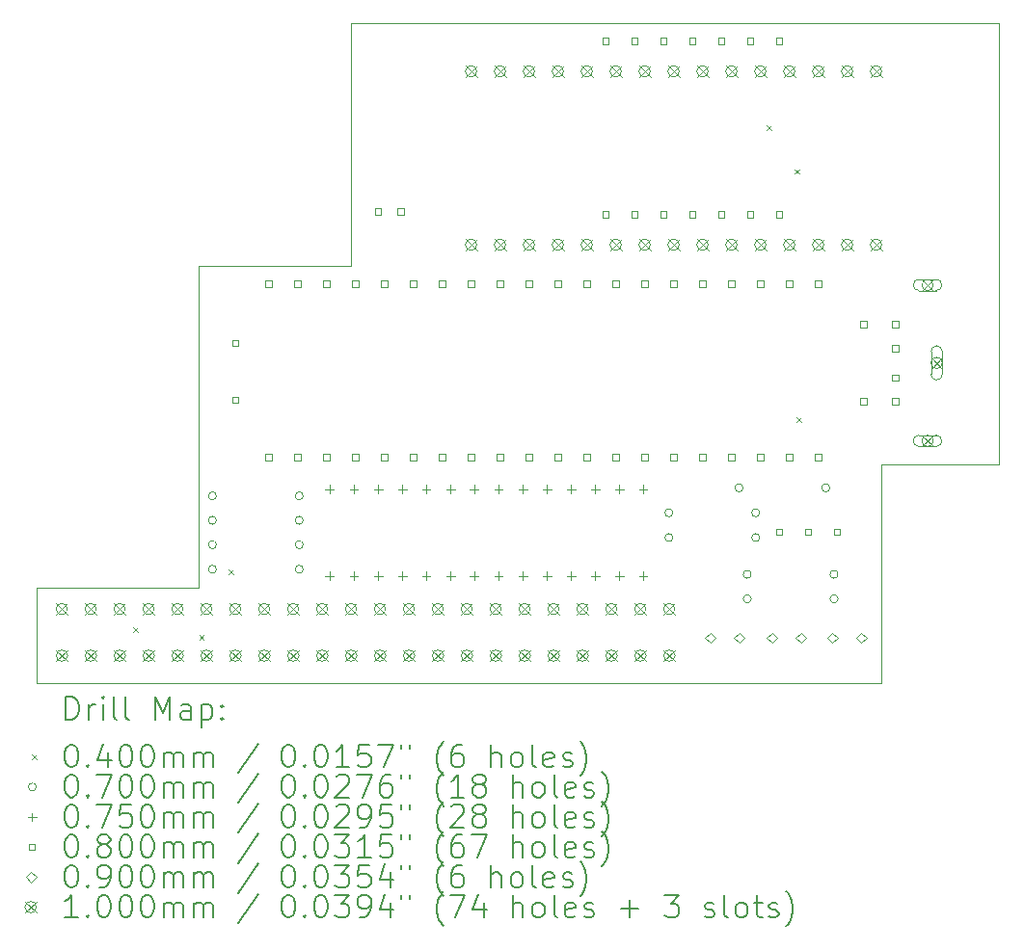
<source format=gbr>
%TF.GenerationSoftware,KiCad,Pcbnew,7.0.11*%
%TF.CreationDate,2024-06-27T03:27:32+01:00*%
%TF.ProjectId,Electron-PS2USB,456c6563-7472-46f6-9e2d-505332555342,rev?*%
%TF.SameCoordinates,Original*%
%TF.FileFunction,Drillmap*%
%TF.FilePolarity,Positive*%
%FSLAX45Y45*%
G04 Gerber Fmt 4.5, Leading zero omitted, Abs format (unit mm)*
G04 Created by KiCad (PCBNEW 7.0.11) date 2024-06-27 03:27:32*
%MOMM*%
%LPD*%
G01*
G04 APERTURE LIST*
%ADD10C,0.100000*%
%ADD11C,0.200000*%
G04 APERTURE END LIST*
D10*
X13105000Y-9685020D02*
X12075000Y-9685020D01*
X12075000Y-11610020D01*
X4657500Y-11610020D01*
X4656914Y-10765000D01*
X6076913Y-10765000D01*
X6077500Y-7942500D01*
X7414413Y-7942500D01*
X7415000Y-5805000D01*
X9631914Y-5802500D01*
X13105000Y-5802500D01*
X13105000Y-9685020D01*
D11*
D10*
X5503000Y-11115750D02*
X5543000Y-11155750D01*
X5543000Y-11115750D02*
X5503000Y-11155750D01*
X6083040Y-11181540D02*
X6123040Y-11221540D01*
X6123040Y-11181540D02*
X6083040Y-11221540D01*
X6341520Y-10608810D02*
X6381520Y-10648810D01*
X6381520Y-10608810D02*
X6341520Y-10648810D01*
X11063290Y-6705790D02*
X11103290Y-6745790D01*
X11103290Y-6705790D02*
X11063290Y-6745790D01*
X11309730Y-7090440D02*
X11349730Y-7130440D01*
X11349730Y-7090440D02*
X11309730Y-7130440D01*
X11324700Y-9268300D02*
X11364700Y-9308300D01*
X11364700Y-9268300D02*
X11324700Y-9308300D01*
X6233000Y-9960000D02*
G75*
G03*
X6163000Y-9960000I-35000J0D01*
G01*
X6163000Y-9960000D02*
G75*
G03*
X6233000Y-9960000I35000J0D01*
G01*
X6233000Y-10175000D02*
G75*
G03*
X6163000Y-10175000I-35000J0D01*
G01*
X6163000Y-10175000D02*
G75*
G03*
X6233000Y-10175000I35000J0D01*
G01*
X6233000Y-10390000D02*
G75*
G03*
X6163000Y-10390000I-35000J0D01*
G01*
X6163000Y-10390000D02*
G75*
G03*
X6233000Y-10390000I35000J0D01*
G01*
X6233000Y-10605000D02*
G75*
G03*
X6163000Y-10605000I-35000J0D01*
G01*
X6163000Y-10605000D02*
G75*
G03*
X6233000Y-10605000I35000J0D01*
G01*
X6995000Y-9960000D02*
G75*
G03*
X6925000Y-9960000I-35000J0D01*
G01*
X6925000Y-9960000D02*
G75*
G03*
X6995000Y-9960000I35000J0D01*
G01*
X6995000Y-10175000D02*
G75*
G03*
X6925000Y-10175000I-35000J0D01*
G01*
X6925000Y-10175000D02*
G75*
G03*
X6995000Y-10175000I35000J0D01*
G01*
X6995000Y-10390000D02*
G75*
G03*
X6925000Y-10390000I-35000J0D01*
G01*
X6925000Y-10390000D02*
G75*
G03*
X6995000Y-10390000I35000J0D01*
G01*
X6995000Y-10605000D02*
G75*
G03*
X6925000Y-10605000I-35000J0D01*
G01*
X6925000Y-10605000D02*
G75*
G03*
X6995000Y-10605000I35000J0D01*
G01*
X10241500Y-10110000D02*
G75*
G03*
X10171500Y-10110000I-35000J0D01*
G01*
X10171500Y-10110000D02*
G75*
G03*
X10241500Y-10110000I35000J0D01*
G01*
X10241500Y-10327500D02*
G75*
G03*
X10171500Y-10327500I-35000J0D01*
G01*
X10171500Y-10327500D02*
G75*
G03*
X10241500Y-10327500I35000J0D01*
G01*
X10856500Y-9890000D02*
G75*
G03*
X10786500Y-9890000I-35000J0D01*
G01*
X10786500Y-9890000D02*
G75*
G03*
X10856500Y-9890000I35000J0D01*
G01*
X10929000Y-10650000D02*
G75*
G03*
X10859000Y-10650000I-35000J0D01*
G01*
X10859000Y-10650000D02*
G75*
G03*
X10929000Y-10650000I35000J0D01*
G01*
X10929000Y-10865000D02*
G75*
G03*
X10859000Y-10865000I-35000J0D01*
G01*
X10859000Y-10865000D02*
G75*
G03*
X10929000Y-10865000I35000J0D01*
G01*
X11003500Y-10110000D02*
G75*
G03*
X10933500Y-10110000I-35000J0D01*
G01*
X10933500Y-10110000D02*
G75*
G03*
X11003500Y-10110000I35000J0D01*
G01*
X11003500Y-10327500D02*
G75*
G03*
X10933500Y-10327500I-35000J0D01*
G01*
X10933500Y-10327500D02*
G75*
G03*
X11003500Y-10327500I35000J0D01*
G01*
X11618500Y-9890000D02*
G75*
G03*
X11548500Y-9890000I-35000J0D01*
G01*
X11548500Y-9890000D02*
G75*
G03*
X11618500Y-9890000I35000J0D01*
G01*
X11691000Y-10650000D02*
G75*
G03*
X11621000Y-10650000I-35000J0D01*
G01*
X11621000Y-10650000D02*
G75*
G03*
X11691000Y-10650000I35000J0D01*
G01*
X11691000Y-10865000D02*
G75*
G03*
X11621000Y-10865000I-35000J0D01*
G01*
X11621000Y-10865000D02*
G75*
G03*
X11691000Y-10865000I35000J0D01*
G01*
X7227500Y-9864500D02*
X7227500Y-9939500D01*
X7190000Y-9902000D02*
X7265000Y-9902000D01*
X7227500Y-10626500D02*
X7227500Y-10701500D01*
X7190000Y-10664000D02*
X7265000Y-10664000D01*
X7440000Y-9864500D02*
X7440000Y-9939500D01*
X7402500Y-9902000D02*
X7477500Y-9902000D01*
X7440000Y-10626500D02*
X7440000Y-10701500D01*
X7402500Y-10664000D02*
X7477500Y-10664000D01*
X7652500Y-9864500D02*
X7652500Y-9939500D01*
X7615000Y-9902000D02*
X7690000Y-9902000D01*
X7652500Y-10626500D02*
X7652500Y-10701500D01*
X7615000Y-10664000D02*
X7690000Y-10664000D01*
X7865000Y-9864500D02*
X7865000Y-9939500D01*
X7827500Y-9902000D02*
X7902500Y-9902000D01*
X7865000Y-10626500D02*
X7865000Y-10701500D01*
X7827500Y-10664000D02*
X7902500Y-10664000D01*
X8075000Y-9864500D02*
X8075000Y-9939500D01*
X8037500Y-9902000D02*
X8112500Y-9902000D01*
X8075000Y-10626500D02*
X8075000Y-10701500D01*
X8037500Y-10664000D02*
X8112500Y-10664000D01*
X8287500Y-9864500D02*
X8287500Y-9939500D01*
X8250000Y-9902000D02*
X8325000Y-9902000D01*
X8287500Y-10626500D02*
X8287500Y-10701500D01*
X8250000Y-10664000D02*
X8325000Y-10664000D01*
X8497500Y-9864500D02*
X8497500Y-9939500D01*
X8460000Y-9902000D02*
X8535000Y-9902000D01*
X8497500Y-10626500D02*
X8497500Y-10701500D01*
X8460000Y-10664000D02*
X8535000Y-10664000D01*
X8710000Y-9864500D02*
X8710000Y-9939500D01*
X8672500Y-9902000D02*
X8747500Y-9902000D01*
X8710000Y-10626500D02*
X8710000Y-10701500D01*
X8672500Y-10664000D02*
X8747500Y-10664000D01*
X8922500Y-9864500D02*
X8922500Y-9939500D01*
X8885000Y-9902000D02*
X8960000Y-9902000D01*
X8922500Y-10626500D02*
X8922500Y-10701500D01*
X8885000Y-10664000D02*
X8960000Y-10664000D01*
X9135000Y-9864500D02*
X9135000Y-9939500D01*
X9097500Y-9902000D02*
X9172500Y-9902000D01*
X9135000Y-10626500D02*
X9135000Y-10701500D01*
X9097500Y-10664000D02*
X9172500Y-10664000D01*
X9347500Y-9864500D02*
X9347500Y-9939500D01*
X9310000Y-9902000D02*
X9385000Y-9902000D01*
X9347500Y-10626500D02*
X9347500Y-10701500D01*
X9310000Y-10664000D02*
X9385000Y-10664000D01*
X9560000Y-9864500D02*
X9560000Y-9939500D01*
X9522500Y-9902000D02*
X9597500Y-9902000D01*
X9560000Y-10626500D02*
X9560000Y-10701500D01*
X9522500Y-10664000D02*
X9597500Y-10664000D01*
X9770000Y-9864500D02*
X9770000Y-9939500D01*
X9732500Y-9902000D02*
X9807500Y-9902000D01*
X9770000Y-10626500D02*
X9770000Y-10701500D01*
X9732500Y-10664000D02*
X9807500Y-10664000D01*
X9980000Y-9864500D02*
X9980000Y-9939500D01*
X9942500Y-9902000D02*
X10017500Y-9902000D01*
X9980000Y-10626500D02*
X9980000Y-10701500D01*
X9942500Y-10664000D02*
X10017500Y-10664000D01*
X6425784Y-8645785D02*
X6425784Y-8589216D01*
X6369215Y-8589216D01*
X6369215Y-8645785D01*
X6425784Y-8645785D01*
X6425784Y-9145785D02*
X6425784Y-9089216D01*
X6369215Y-9089216D01*
X6369215Y-9145785D01*
X6425784Y-9145785D01*
X6720784Y-8126784D02*
X6720784Y-8070215D01*
X6664215Y-8070215D01*
X6664215Y-8126784D01*
X6720784Y-8126784D01*
X6720784Y-9650785D02*
X6720784Y-9594216D01*
X6664215Y-9594216D01*
X6664215Y-9650785D01*
X6720784Y-9650785D01*
X6974784Y-8126784D02*
X6974784Y-8070215D01*
X6918215Y-8070215D01*
X6918215Y-8126784D01*
X6974784Y-8126784D01*
X6974784Y-9650785D02*
X6974784Y-9594216D01*
X6918215Y-9594216D01*
X6918215Y-9650785D01*
X6974784Y-9650785D01*
X7228784Y-8126784D02*
X7228784Y-8070215D01*
X7172215Y-8070215D01*
X7172215Y-8126784D01*
X7228784Y-8126784D01*
X7228784Y-9650785D02*
X7228784Y-9594216D01*
X7172215Y-9594216D01*
X7172215Y-9650785D01*
X7228784Y-9650785D01*
X7482784Y-8126784D02*
X7482784Y-8070215D01*
X7426215Y-8070215D01*
X7426215Y-8126784D01*
X7482784Y-8126784D01*
X7482784Y-9650785D02*
X7482784Y-9594216D01*
X7426215Y-9594216D01*
X7426215Y-9650785D01*
X7482784Y-9650785D01*
X7680784Y-7490784D02*
X7680784Y-7434215D01*
X7624215Y-7434215D01*
X7624215Y-7490784D01*
X7680784Y-7490784D01*
X7736784Y-8126784D02*
X7736784Y-8070215D01*
X7680215Y-8070215D01*
X7680215Y-8126784D01*
X7736784Y-8126784D01*
X7736784Y-9650785D02*
X7736784Y-9594216D01*
X7680215Y-9594216D01*
X7680215Y-9650785D01*
X7736784Y-9650785D01*
X7880784Y-7490784D02*
X7880784Y-7434215D01*
X7824215Y-7434215D01*
X7824215Y-7490784D01*
X7880784Y-7490784D01*
X7990784Y-8126784D02*
X7990784Y-8070215D01*
X7934215Y-8070215D01*
X7934215Y-8126784D01*
X7990784Y-8126784D01*
X7990784Y-9650785D02*
X7990784Y-9594216D01*
X7934215Y-9594216D01*
X7934215Y-9650785D01*
X7990784Y-9650785D01*
X8244784Y-8126784D02*
X8244784Y-8070215D01*
X8188215Y-8070215D01*
X8188215Y-8126784D01*
X8244784Y-8126784D01*
X8244784Y-9650785D02*
X8244784Y-9594216D01*
X8188215Y-9594216D01*
X8188215Y-9650785D01*
X8244784Y-9650785D01*
X8498785Y-8126784D02*
X8498785Y-8070215D01*
X8442216Y-8070215D01*
X8442216Y-8126784D01*
X8498785Y-8126784D01*
X8498785Y-9650785D02*
X8498785Y-9594216D01*
X8442216Y-9594216D01*
X8442216Y-9650785D01*
X8498785Y-9650785D01*
X8752785Y-8126784D02*
X8752785Y-8070215D01*
X8696216Y-8070215D01*
X8696216Y-8126784D01*
X8752785Y-8126784D01*
X8752785Y-9650785D02*
X8752785Y-9594216D01*
X8696216Y-9594216D01*
X8696216Y-9650785D01*
X8752785Y-9650785D01*
X9006785Y-8126784D02*
X9006785Y-8070215D01*
X8950216Y-8070215D01*
X8950216Y-8126784D01*
X9006785Y-8126784D01*
X9006785Y-9650785D02*
X9006785Y-9594216D01*
X8950216Y-9594216D01*
X8950216Y-9650785D01*
X9006785Y-9650785D01*
X9260785Y-8126784D02*
X9260785Y-8070215D01*
X9204216Y-8070215D01*
X9204216Y-8126784D01*
X9260785Y-8126784D01*
X9260785Y-9650785D02*
X9260785Y-9594216D01*
X9204216Y-9594216D01*
X9204216Y-9650785D01*
X9260785Y-9650785D01*
X9514785Y-8126784D02*
X9514785Y-8070215D01*
X9458216Y-8070215D01*
X9458216Y-8126784D01*
X9514785Y-8126784D01*
X9514785Y-9650785D02*
X9514785Y-9594216D01*
X9458216Y-9594216D01*
X9458216Y-9650785D01*
X9514785Y-9650785D01*
X9677385Y-5989284D02*
X9677385Y-5932715D01*
X9620816Y-5932715D01*
X9620816Y-5989284D01*
X9677385Y-5989284D01*
X9677385Y-7513284D02*
X9677385Y-7456715D01*
X9620816Y-7456715D01*
X9620816Y-7513284D01*
X9677385Y-7513284D01*
X9768785Y-8126784D02*
X9768785Y-8070215D01*
X9712216Y-8070215D01*
X9712216Y-8126784D01*
X9768785Y-8126784D01*
X9768785Y-9650785D02*
X9768785Y-9594216D01*
X9712216Y-9594216D01*
X9712216Y-9650785D01*
X9768785Y-9650785D01*
X9931385Y-5989284D02*
X9931385Y-5932715D01*
X9874816Y-5932715D01*
X9874816Y-5989284D01*
X9931385Y-5989284D01*
X9931385Y-7513284D02*
X9931385Y-7456715D01*
X9874816Y-7456715D01*
X9874816Y-7513284D01*
X9931385Y-7513284D01*
X10022785Y-8126784D02*
X10022785Y-8070215D01*
X9966216Y-8070215D01*
X9966216Y-8126784D01*
X10022785Y-8126784D01*
X10022785Y-9650785D02*
X10022785Y-9594216D01*
X9966216Y-9594216D01*
X9966216Y-9650785D01*
X10022785Y-9650785D01*
X10185385Y-5989284D02*
X10185385Y-5932715D01*
X10128816Y-5932715D01*
X10128816Y-5989284D01*
X10185385Y-5989284D01*
X10185385Y-7513284D02*
X10185385Y-7456715D01*
X10128816Y-7456715D01*
X10128816Y-7513284D01*
X10185385Y-7513284D01*
X10276785Y-8126784D02*
X10276785Y-8070215D01*
X10220216Y-8070215D01*
X10220216Y-8126784D01*
X10276785Y-8126784D01*
X10276785Y-9650785D02*
X10276785Y-9594216D01*
X10220216Y-9594216D01*
X10220216Y-9650785D01*
X10276785Y-9650785D01*
X10439385Y-5989284D02*
X10439385Y-5932715D01*
X10382816Y-5932715D01*
X10382816Y-5989284D01*
X10439385Y-5989284D01*
X10439385Y-7513284D02*
X10439385Y-7456715D01*
X10382816Y-7456715D01*
X10382816Y-7513284D01*
X10439385Y-7513284D01*
X10530785Y-8126784D02*
X10530785Y-8070215D01*
X10474216Y-8070215D01*
X10474216Y-8126784D01*
X10530785Y-8126784D01*
X10530785Y-9650785D02*
X10530785Y-9594216D01*
X10474216Y-9594216D01*
X10474216Y-9650785D01*
X10530785Y-9650785D01*
X10693385Y-5989284D02*
X10693385Y-5932715D01*
X10636816Y-5932715D01*
X10636816Y-5989284D01*
X10693385Y-5989284D01*
X10693385Y-7513284D02*
X10693385Y-7456715D01*
X10636816Y-7456715D01*
X10636816Y-7513284D01*
X10693385Y-7513284D01*
X10784785Y-8126784D02*
X10784785Y-8070215D01*
X10728216Y-8070215D01*
X10728216Y-8126784D01*
X10784785Y-8126784D01*
X10784785Y-9650785D02*
X10784785Y-9594216D01*
X10728216Y-9594216D01*
X10728216Y-9650785D01*
X10784785Y-9650785D01*
X10947385Y-5989284D02*
X10947385Y-5932715D01*
X10890816Y-5932715D01*
X10890816Y-5989284D01*
X10947385Y-5989284D01*
X10947385Y-7513284D02*
X10947385Y-7456715D01*
X10890816Y-7456715D01*
X10890816Y-7513284D01*
X10947385Y-7513284D01*
X11038785Y-8126784D02*
X11038785Y-8070215D01*
X10982216Y-8070215D01*
X10982216Y-8126784D01*
X11038785Y-8126784D01*
X11038785Y-9650785D02*
X11038785Y-9594216D01*
X10982216Y-9594216D01*
X10982216Y-9650785D01*
X11038785Y-9650785D01*
X11201384Y-5989284D02*
X11201384Y-5932715D01*
X11144816Y-5932715D01*
X11144816Y-5989284D01*
X11201384Y-5989284D01*
X11201384Y-7513284D02*
X11201384Y-7456715D01*
X11144816Y-7456715D01*
X11144816Y-7513284D01*
X11201384Y-7513284D01*
X11202784Y-10305785D02*
X11202784Y-10249216D01*
X11146216Y-10249216D01*
X11146216Y-10305785D01*
X11202784Y-10305785D01*
X11292784Y-8126784D02*
X11292784Y-8070215D01*
X11236215Y-8070215D01*
X11236215Y-8126784D01*
X11292784Y-8126784D01*
X11292784Y-9650785D02*
X11292784Y-9594216D01*
X11236215Y-9594216D01*
X11236215Y-9650785D01*
X11292784Y-9650785D01*
X11456784Y-10305785D02*
X11456784Y-10249216D01*
X11400215Y-10249216D01*
X11400215Y-10305785D01*
X11456784Y-10305785D01*
X11546784Y-8126784D02*
X11546784Y-8070215D01*
X11490215Y-8070215D01*
X11490215Y-8126784D01*
X11546784Y-8126784D01*
X11546784Y-9650785D02*
X11546784Y-9594216D01*
X11490215Y-9594216D01*
X11490215Y-9650785D01*
X11546784Y-9650785D01*
X11710784Y-10305785D02*
X11710784Y-10249216D01*
X11654215Y-10249216D01*
X11654215Y-10305785D01*
X11710784Y-10305785D01*
X11940784Y-8480785D02*
X11940784Y-8424216D01*
X11884215Y-8424216D01*
X11884215Y-8480785D01*
X11940784Y-8480785D01*
X11940784Y-9160785D02*
X11940784Y-9104216D01*
X11884215Y-9104216D01*
X11884215Y-9160785D01*
X11940784Y-9160785D01*
X12220784Y-8480785D02*
X12220784Y-8424216D01*
X12164215Y-8424216D01*
X12164215Y-8480785D01*
X12220784Y-8480785D01*
X12220784Y-8690785D02*
X12220784Y-8634216D01*
X12164215Y-8634216D01*
X12164215Y-8690785D01*
X12220784Y-8690785D01*
X12220784Y-8950785D02*
X12220784Y-8894216D01*
X12164215Y-8894216D01*
X12164215Y-8950785D01*
X12220784Y-8950785D01*
X12220784Y-9160785D02*
X12220784Y-9104216D01*
X12164215Y-9104216D01*
X12164215Y-9160785D01*
X12220784Y-9160785D01*
X10571000Y-11255000D02*
X10616000Y-11210000D01*
X10571000Y-11165000D01*
X10526000Y-11210000D01*
X10571000Y-11255000D01*
X10825000Y-11255000D02*
X10870000Y-11210000D01*
X10825000Y-11165000D01*
X10780000Y-11210000D01*
X10825000Y-11255000D01*
X11112500Y-11255000D02*
X11157500Y-11210000D01*
X11112500Y-11165000D01*
X11067500Y-11210000D01*
X11112500Y-11255000D01*
X11366500Y-11255000D02*
X11411500Y-11210000D01*
X11366500Y-11165000D01*
X11321500Y-11210000D01*
X11366500Y-11255000D01*
X11643500Y-11255000D02*
X11688500Y-11210000D01*
X11643500Y-11165000D01*
X11598500Y-11210000D01*
X11643500Y-11255000D01*
X11897500Y-11255000D02*
X11942500Y-11210000D01*
X11897500Y-11165000D01*
X11852500Y-11210000D01*
X11897500Y-11255000D01*
X4825500Y-10905000D02*
X4925500Y-11005000D01*
X4925500Y-10905000D02*
X4825500Y-11005000D01*
X4925500Y-10955000D02*
G75*
G03*
X4825500Y-10955000I-50000J0D01*
G01*
X4825500Y-10955000D02*
G75*
G03*
X4925500Y-10955000I50000J0D01*
G01*
X4825500Y-11315000D02*
X4925500Y-11415000D01*
X4925500Y-11315000D02*
X4825500Y-11415000D01*
X4925500Y-11365000D02*
G75*
G03*
X4825500Y-11365000I-50000J0D01*
G01*
X4825500Y-11365000D02*
G75*
G03*
X4925500Y-11365000I50000J0D01*
G01*
X5079500Y-10905000D02*
X5179500Y-11005000D01*
X5179500Y-10905000D02*
X5079500Y-11005000D01*
X5179500Y-10955000D02*
G75*
G03*
X5079500Y-10955000I-50000J0D01*
G01*
X5079500Y-10955000D02*
G75*
G03*
X5179500Y-10955000I50000J0D01*
G01*
X5079500Y-11315000D02*
X5179500Y-11415000D01*
X5179500Y-11315000D02*
X5079500Y-11415000D01*
X5179500Y-11365000D02*
G75*
G03*
X5079500Y-11365000I-50000J0D01*
G01*
X5079500Y-11365000D02*
G75*
G03*
X5179500Y-11365000I50000J0D01*
G01*
X5333500Y-10905000D02*
X5433500Y-11005000D01*
X5433500Y-10905000D02*
X5333500Y-11005000D01*
X5433500Y-10955000D02*
G75*
G03*
X5333500Y-10955000I-50000J0D01*
G01*
X5333500Y-10955000D02*
G75*
G03*
X5433500Y-10955000I50000J0D01*
G01*
X5333500Y-11315000D02*
X5433500Y-11415000D01*
X5433500Y-11315000D02*
X5333500Y-11415000D01*
X5433500Y-11365000D02*
G75*
G03*
X5333500Y-11365000I-50000J0D01*
G01*
X5333500Y-11365000D02*
G75*
G03*
X5433500Y-11365000I50000J0D01*
G01*
X5587500Y-10905000D02*
X5687500Y-11005000D01*
X5687500Y-10905000D02*
X5587500Y-11005000D01*
X5687500Y-10955000D02*
G75*
G03*
X5587500Y-10955000I-50000J0D01*
G01*
X5587500Y-10955000D02*
G75*
G03*
X5687500Y-10955000I50000J0D01*
G01*
X5587500Y-11315000D02*
X5687500Y-11415000D01*
X5687500Y-11315000D02*
X5587500Y-11415000D01*
X5687500Y-11365000D02*
G75*
G03*
X5587500Y-11365000I-50000J0D01*
G01*
X5587500Y-11365000D02*
G75*
G03*
X5687500Y-11365000I50000J0D01*
G01*
X5841500Y-10905000D02*
X5941500Y-11005000D01*
X5941500Y-10905000D02*
X5841500Y-11005000D01*
X5941500Y-10955000D02*
G75*
G03*
X5841500Y-10955000I-50000J0D01*
G01*
X5841500Y-10955000D02*
G75*
G03*
X5941500Y-10955000I50000J0D01*
G01*
X5841500Y-11315000D02*
X5941500Y-11415000D01*
X5941500Y-11315000D02*
X5841500Y-11415000D01*
X5941500Y-11365000D02*
G75*
G03*
X5841500Y-11365000I-50000J0D01*
G01*
X5841500Y-11365000D02*
G75*
G03*
X5941500Y-11365000I50000J0D01*
G01*
X6095500Y-10905000D02*
X6195500Y-11005000D01*
X6195500Y-10905000D02*
X6095500Y-11005000D01*
X6195500Y-10955000D02*
G75*
G03*
X6095500Y-10955000I-50000J0D01*
G01*
X6095500Y-10955000D02*
G75*
G03*
X6195500Y-10955000I50000J0D01*
G01*
X6095500Y-11315000D02*
X6195500Y-11415000D01*
X6195500Y-11315000D02*
X6095500Y-11415000D01*
X6195500Y-11365000D02*
G75*
G03*
X6095500Y-11365000I-50000J0D01*
G01*
X6095500Y-11365000D02*
G75*
G03*
X6195500Y-11365000I50000J0D01*
G01*
X6349500Y-10905000D02*
X6449500Y-11005000D01*
X6449500Y-10905000D02*
X6349500Y-11005000D01*
X6449500Y-10955000D02*
G75*
G03*
X6349500Y-10955000I-50000J0D01*
G01*
X6349500Y-10955000D02*
G75*
G03*
X6449500Y-10955000I50000J0D01*
G01*
X6349500Y-11315000D02*
X6449500Y-11415000D01*
X6449500Y-11315000D02*
X6349500Y-11415000D01*
X6449500Y-11365000D02*
G75*
G03*
X6349500Y-11365000I-50000J0D01*
G01*
X6349500Y-11365000D02*
G75*
G03*
X6449500Y-11365000I50000J0D01*
G01*
X6603500Y-10905000D02*
X6703500Y-11005000D01*
X6703500Y-10905000D02*
X6603500Y-11005000D01*
X6703500Y-10955000D02*
G75*
G03*
X6603500Y-10955000I-50000J0D01*
G01*
X6603500Y-10955000D02*
G75*
G03*
X6703500Y-10955000I50000J0D01*
G01*
X6603500Y-11315000D02*
X6703500Y-11415000D01*
X6703500Y-11315000D02*
X6603500Y-11415000D01*
X6703500Y-11365000D02*
G75*
G03*
X6603500Y-11365000I-50000J0D01*
G01*
X6603500Y-11365000D02*
G75*
G03*
X6703500Y-11365000I50000J0D01*
G01*
X6857500Y-10905000D02*
X6957500Y-11005000D01*
X6957500Y-10905000D02*
X6857500Y-11005000D01*
X6957500Y-10955000D02*
G75*
G03*
X6857500Y-10955000I-50000J0D01*
G01*
X6857500Y-10955000D02*
G75*
G03*
X6957500Y-10955000I50000J0D01*
G01*
X6857500Y-11315000D02*
X6957500Y-11415000D01*
X6957500Y-11315000D02*
X6857500Y-11415000D01*
X6957500Y-11365000D02*
G75*
G03*
X6857500Y-11365000I-50000J0D01*
G01*
X6857500Y-11365000D02*
G75*
G03*
X6957500Y-11365000I50000J0D01*
G01*
X7111500Y-10905000D02*
X7211500Y-11005000D01*
X7211500Y-10905000D02*
X7111500Y-11005000D01*
X7211500Y-10955000D02*
G75*
G03*
X7111500Y-10955000I-50000J0D01*
G01*
X7111500Y-10955000D02*
G75*
G03*
X7211500Y-10955000I50000J0D01*
G01*
X7111500Y-11315000D02*
X7211500Y-11415000D01*
X7211500Y-11315000D02*
X7111500Y-11415000D01*
X7211500Y-11365000D02*
G75*
G03*
X7111500Y-11365000I-50000J0D01*
G01*
X7111500Y-11365000D02*
G75*
G03*
X7211500Y-11365000I50000J0D01*
G01*
X7365500Y-10905000D02*
X7465500Y-11005000D01*
X7465500Y-10905000D02*
X7365500Y-11005000D01*
X7465500Y-10955000D02*
G75*
G03*
X7365500Y-10955000I-50000J0D01*
G01*
X7365500Y-10955000D02*
G75*
G03*
X7465500Y-10955000I50000J0D01*
G01*
X7365500Y-11315000D02*
X7465500Y-11415000D01*
X7465500Y-11315000D02*
X7365500Y-11415000D01*
X7465500Y-11365000D02*
G75*
G03*
X7365500Y-11365000I-50000J0D01*
G01*
X7365500Y-11365000D02*
G75*
G03*
X7465500Y-11365000I50000J0D01*
G01*
X7619500Y-10905000D02*
X7719500Y-11005000D01*
X7719500Y-10905000D02*
X7619500Y-11005000D01*
X7719500Y-10955000D02*
G75*
G03*
X7619500Y-10955000I-50000J0D01*
G01*
X7619500Y-10955000D02*
G75*
G03*
X7719500Y-10955000I50000J0D01*
G01*
X7619500Y-11315000D02*
X7719500Y-11415000D01*
X7719500Y-11315000D02*
X7619500Y-11415000D01*
X7719500Y-11365000D02*
G75*
G03*
X7619500Y-11365000I-50000J0D01*
G01*
X7619500Y-11365000D02*
G75*
G03*
X7719500Y-11365000I50000J0D01*
G01*
X7873500Y-10905000D02*
X7973500Y-11005000D01*
X7973500Y-10905000D02*
X7873500Y-11005000D01*
X7973500Y-10955000D02*
G75*
G03*
X7873500Y-10955000I-50000J0D01*
G01*
X7873500Y-10955000D02*
G75*
G03*
X7973500Y-10955000I50000J0D01*
G01*
X7873500Y-11315000D02*
X7973500Y-11415000D01*
X7973500Y-11315000D02*
X7873500Y-11415000D01*
X7973500Y-11365000D02*
G75*
G03*
X7873500Y-11365000I-50000J0D01*
G01*
X7873500Y-11365000D02*
G75*
G03*
X7973500Y-11365000I50000J0D01*
G01*
X8127500Y-10905000D02*
X8227500Y-11005000D01*
X8227500Y-10905000D02*
X8127500Y-11005000D01*
X8227500Y-10955000D02*
G75*
G03*
X8127500Y-10955000I-50000J0D01*
G01*
X8127500Y-10955000D02*
G75*
G03*
X8227500Y-10955000I50000J0D01*
G01*
X8127500Y-11315000D02*
X8227500Y-11415000D01*
X8227500Y-11315000D02*
X8127500Y-11415000D01*
X8227500Y-11365000D02*
G75*
G03*
X8127500Y-11365000I-50000J0D01*
G01*
X8127500Y-11365000D02*
G75*
G03*
X8227500Y-11365000I50000J0D01*
G01*
X8381500Y-10905000D02*
X8481500Y-11005000D01*
X8481500Y-10905000D02*
X8381500Y-11005000D01*
X8481500Y-10955000D02*
G75*
G03*
X8381500Y-10955000I-50000J0D01*
G01*
X8381500Y-10955000D02*
G75*
G03*
X8481500Y-10955000I50000J0D01*
G01*
X8381500Y-11315000D02*
X8481500Y-11415000D01*
X8481500Y-11315000D02*
X8381500Y-11415000D01*
X8481500Y-11365000D02*
G75*
G03*
X8381500Y-11365000I-50000J0D01*
G01*
X8381500Y-11365000D02*
G75*
G03*
X8481500Y-11365000I50000J0D01*
G01*
X8420000Y-6180000D02*
X8520000Y-6280000D01*
X8520000Y-6180000D02*
X8420000Y-6280000D01*
X8520000Y-6230000D02*
G75*
G03*
X8420000Y-6230000I-50000J0D01*
G01*
X8420000Y-6230000D02*
G75*
G03*
X8520000Y-6230000I50000J0D01*
G01*
X8420000Y-7704000D02*
X8520000Y-7804000D01*
X8520000Y-7704000D02*
X8420000Y-7804000D01*
X8520000Y-7754000D02*
G75*
G03*
X8420000Y-7754000I-50000J0D01*
G01*
X8420000Y-7754000D02*
G75*
G03*
X8520000Y-7754000I50000J0D01*
G01*
X8635500Y-10905000D02*
X8735500Y-11005000D01*
X8735500Y-10905000D02*
X8635500Y-11005000D01*
X8735500Y-10955000D02*
G75*
G03*
X8635500Y-10955000I-50000J0D01*
G01*
X8635500Y-10955000D02*
G75*
G03*
X8735500Y-10955000I50000J0D01*
G01*
X8635500Y-11315000D02*
X8735500Y-11415000D01*
X8735500Y-11315000D02*
X8635500Y-11415000D01*
X8735500Y-11365000D02*
G75*
G03*
X8635500Y-11365000I-50000J0D01*
G01*
X8635500Y-11365000D02*
G75*
G03*
X8735500Y-11365000I50000J0D01*
G01*
X8674000Y-6180000D02*
X8774000Y-6280000D01*
X8774000Y-6180000D02*
X8674000Y-6280000D01*
X8774000Y-6230000D02*
G75*
G03*
X8674000Y-6230000I-50000J0D01*
G01*
X8674000Y-6230000D02*
G75*
G03*
X8774000Y-6230000I50000J0D01*
G01*
X8674000Y-7704000D02*
X8774000Y-7804000D01*
X8774000Y-7704000D02*
X8674000Y-7804000D01*
X8774000Y-7754000D02*
G75*
G03*
X8674000Y-7754000I-50000J0D01*
G01*
X8674000Y-7754000D02*
G75*
G03*
X8774000Y-7754000I50000J0D01*
G01*
X8889500Y-10905000D02*
X8989500Y-11005000D01*
X8989500Y-10905000D02*
X8889500Y-11005000D01*
X8989500Y-10955000D02*
G75*
G03*
X8889500Y-10955000I-50000J0D01*
G01*
X8889500Y-10955000D02*
G75*
G03*
X8989500Y-10955000I50000J0D01*
G01*
X8889500Y-11315000D02*
X8989500Y-11415000D01*
X8989500Y-11315000D02*
X8889500Y-11415000D01*
X8989500Y-11365000D02*
G75*
G03*
X8889500Y-11365000I-50000J0D01*
G01*
X8889500Y-11365000D02*
G75*
G03*
X8989500Y-11365000I50000J0D01*
G01*
X8928000Y-6180000D02*
X9028000Y-6280000D01*
X9028000Y-6180000D02*
X8928000Y-6280000D01*
X9028000Y-6230000D02*
G75*
G03*
X8928000Y-6230000I-50000J0D01*
G01*
X8928000Y-6230000D02*
G75*
G03*
X9028000Y-6230000I50000J0D01*
G01*
X8928000Y-7704000D02*
X9028000Y-7804000D01*
X9028000Y-7704000D02*
X8928000Y-7804000D01*
X9028000Y-7754000D02*
G75*
G03*
X8928000Y-7754000I-50000J0D01*
G01*
X8928000Y-7754000D02*
G75*
G03*
X9028000Y-7754000I50000J0D01*
G01*
X9143500Y-10905000D02*
X9243500Y-11005000D01*
X9243500Y-10905000D02*
X9143500Y-11005000D01*
X9243500Y-10955000D02*
G75*
G03*
X9143500Y-10955000I-50000J0D01*
G01*
X9143500Y-10955000D02*
G75*
G03*
X9243500Y-10955000I50000J0D01*
G01*
X9143500Y-11315000D02*
X9243500Y-11415000D01*
X9243500Y-11315000D02*
X9143500Y-11415000D01*
X9243500Y-11365000D02*
G75*
G03*
X9143500Y-11365000I-50000J0D01*
G01*
X9143500Y-11365000D02*
G75*
G03*
X9243500Y-11365000I50000J0D01*
G01*
X9182000Y-6180000D02*
X9282000Y-6280000D01*
X9282000Y-6180000D02*
X9182000Y-6280000D01*
X9282000Y-6230000D02*
G75*
G03*
X9182000Y-6230000I-50000J0D01*
G01*
X9182000Y-6230000D02*
G75*
G03*
X9282000Y-6230000I50000J0D01*
G01*
X9182000Y-7704000D02*
X9282000Y-7804000D01*
X9282000Y-7704000D02*
X9182000Y-7804000D01*
X9282000Y-7754000D02*
G75*
G03*
X9182000Y-7754000I-50000J0D01*
G01*
X9182000Y-7754000D02*
G75*
G03*
X9282000Y-7754000I50000J0D01*
G01*
X9397500Y-10905000D02*
X9497500Y-11005000D01*
X9497500Y-10905000D02*
X9397500Y-11005000D01*
X9497500Y-10955000D02*
G75*
G03*
X9397500Y-10955000I-50000J0D01*
G01*
X9397500Y-10955000D02*
G75*
G03*
X9497500Y-10955000I50000J0D01*
G01*
X9397500Y-11315000D02*
X9497500Y-11415000D01*
X9497500Y-11315000D02*
X9397500Y-11415000D01*
X9497500Y-11365000D02*
G75*
G03*
X9397500Y-11365000I-50000J0D01*
G01*
X9397500Y-11365000D02*
G75*
G03*
X9497500Y-11365000I50000J0D01*
G01*
X9436000Y-6180000D02*
X9536000Y-6280000D01*
X9536000Y-6180000D02*
X9436000Y-6280000D01*
X9536000Y-6230000D02*
G75*
G03*
X9436000Y-6230000I-50000J0D01*
G01*
X9436000Y-6230000D02*
G75*
G03*
X9536000Y-6230000I50000J0D01*
G01*
X9436000Y-7704000D02*
X9536000Y-7804000D01*
X9536000Y-7704000D02*
X9436000Y-7804000D01*
X9536000Y-7754000D02*
G75*
G03*
X9436000Y-7754000I-50000J0D01*
G01*
X9436000Y-7754000D02*
G75*
G03*
X9536000Y-7754000I50000J0D01*
G01*
X9651500Y-10905000D02*
X9751500Y-11005000D01*
X9751500Y-10905000D02*
X9651500Y-11005000D01*
X9751500Y-10955000D02*
G75*
G03*
X9651500Y-10955000I-50000J0D01*
G01*
X9651500Y-10955000D02*
G75*
G03*
X9751500Y-10955000I50000J0D01*
G01*
X9651500Y-11315000D02*
X9751500Y-11415000D01*
X9751500Y-11315000D02*
X9651500Y-11415000D01*
X9751500Y-11365000D02*
G75*
G03*
X9651500Y-11365000I-50000J0D01*
G01*
X9651500Y-11365000D02*
G75*
G03*
X9751500Y-11365000I50000J0D01*
G01*
X9690000Y-6180000D02*
X9790000Y-6280000D01*
X9790000Y-6180000D02*
X9690000Y-6280000D01*
X9790000Y-6230000D02*
G75*
G03*
X9690000Y-6230000I-50000J0D01*
G01*
X9690000Y-6230000D02*
G75*
G03*
X9790000Y-6230000I50000J0D01*
G01*
X9690000Y-7704000D02*
X9790000Y-7804000D01*
X9790000Y-7704000D02*
X9690000Y-7804000D01*
X9790000Y-7754000D02*
G75*
G03*
X9690000Y-7754000I-50000J0D01*
G01*
X9690000Y-7754000D02*
G75*
G03*
X9790000Y-7754000I50000J0D01*
G01*
X9905500Y-10905000D02*
X10005500Y-11005000D01*
X10005500Y-10905000D02*
X9905500Y-11005000D01*
X10005500Y-10955000D02*
G75*
G03*
X9905500Y-10955000I-50000J0D01*
G01*
X9905500Y-10955000D02*
G75*
G03*
X10005500Y-10955000I50000J0D01*
G01*
X9905500Y-11315000D02*
X10005500Y-11415000D01*
X10005500Y-11315000D02*
X9905500Y-11415000D01*
X10005500Y-11365000D02*
G75*
G03*
X9905500Y-11365000I-50000J0D01*
G01*
X9905500Y-11365000D02*
G75*
G03*
X10005500Y-11365000I50000J0D01*
G01*
X9944000Y-6180000D02*
X10044000Y-6280000D01*
X10044000Y-6180000D02*
X9944000Y-6280000D01*
X10044000Y-6230000D02*
G75*
G03*
X9944000Y-6230000I-50000J0D01*
G01*
X9944000Y-6230000D02*
G75*
G03*
X10044000Y-6230000I50000J0D01*
G01*
X9944000Y-7704000D02*
X10044000Y-7804000D01*
X10044000Y-7704000D02*
X9944000Y-7804000D01*
X10044000Y-7754000D02*
G75*
G03*
X9944000Y-7754000I-50000J0D01*
G01*
X9944000Y-7754000D02*
G75*
G03*
X10044000Y-7754000I50000J0D01*
G01*
X10159500Y-10905000D02*
X10259500Y-11005000D01*
X10259500Y-10905000D02*
X10159500Y-11005000D01*
X10259500Y-10955000D02*
G75*
G03*
X10159500Y-10955000I-50000J0D01*
G01*
X10159500Y-10955000D02*
G75*
G03*
X10259500Y-10955000I50000J0D01*
G01*
X10159500Y-11315000D02*
X10259500Y-11415000D01*
X10259500Y-11315000D02*
X10159500Y-11415000D01*
X10259500Y-11365000D02*
G75*
G03*
X10159500Y-11365000I-50000J0D01*
G01*
X10159500Y-11365000D02*
G75*
G03*
X10259500Y-11365000I50000J0D01*
G01*
X10198000Y-6180000D02*
X10298000Y-6280000D01*
X10298000Y-6180000D02*
X10198000Y-6280000D01*
X10298000Y-6230000D02*
G75*
G03*
X10198000Y-6230000I-50000J0D01*
G01*
X10198000Y-6230000D02*
G75*
G03*
X10298000Y-6230000I50000J0D01*
G01*
X10198000Y-7704000D02*
X10298000Y-7804000D01*
X10298000Y-7704000D02*
X10198000Y-7804000D01*
X10298000Y-7754000D02*
G75*
G03*
X10198000Y-7754000I-50000J0D01*
G01*
X10198000Y-7754000D02*
G75*
G03*
X10298000Y-7754000I50000J0D01*
G01*
X10452000Y-6180000D02*
X10552000Y-6280000D01*
X10552000Y-6180000D02*
X10452000Y-6280000D01*
X10552000Y-6230000D02*
G75*
G03*
X10452000Y-6230000I-50000J0D01*
G01*
X10452000Y-6230000D02*
G75*
G03*
X10552000Y-6230000I50000J0D01*
G01*
X10452000Y-7704000D02*
X10552000Y-7804000D01*
X10552000Y-7704000D02*
X10452000Y-7804000D01*
X10552000Y-7754000D02*
G75*
G03*
X10452000Y-7754000I-50000J0D01*
G01*
X10452000Y-7754000D02*
G75*
G03*
X10552000Y-7754000I50000J0D01*
G01*
X10706000Y-6180000D02*
X10806000Y-6280000D01*
X10806000Y-6180000D02*
X10706000Y-6280000D01*
X10806000Y-6230000D02*
G75*
G03*
X10706000Y-6230000I-50000J0D01*
G01*
X10706000Y-6230000D02*
G75*
G03*
X10806000Y-6230000I50000J0D01*
G01*
X10706000Y-7704000D02*
X10806000Y-7804000D01*
X10806000Y-7704000D02*
X10706000Y-7804000D01*
X10806000Y-7754000D02*
G75*
G03*
X10706000Y-7754000I-50000J0D01*
G01*
X10706000Y-7754000D02*
G75*
G03*
X10806000Y-7754000I50000J0D01*
G01*
X10960000Y-6180000D02*
X11060000Y-6280000D01*
X11060000Y-6180000D02*
X10960000Y-6280000D01*
X11060000Y-6230000D02*
G75*
G03*
X10960000Y-6230000I-50000J0D01*
G01*
X10960000Y-6230000D02*
G75*
G03*
X11060000Y-6230000I50000J0D01*
G01*
X10960000Y-7704000D02*
X11060000Y-7804000D01*
X11060000Y-7704000D02*
X10960000Y-7804000D01*
X11060000Y-7754000D02*
G75*
G03*
X10960000Y-7754000I-50000J0D01*
G01*
X10960000Y-7754000D02*
G75*
G03*
X11060000Y-7754000I50000J0D01*
G01*
X11214000Y-6180000D02*
X11314000Y-6280000D01*
X11314000Y-6180000D02*
X11214000Y-6280000D01*
X11314000Y-6230000D02*
G75*
G03*
X11214000Y-6230000I-50000J0D01*
G01*
X11214000Y-6230000D02*
G75*
G03*
X11314000Y-6230000I50000J0D01*
G01*
X11214000Y-7704000D02*
X11314000Y-7804000D01*
X11314000Y-7704000D02*
X11214000Y-7804000D01*
X11314000Y-7754000D02*
G75*
G03*
X11214000Y-7754000I-50000J0D01*
G01*
X11214000Y-7754000D02*
G75*
G03*
X11314000Y-7754000I50000J0D01*
G01*
X11468000Y-6180000D02*
X11568000Y-6280000D01*
X11568000Y-6180000D02*
X11468000Y-6280000D01*
X11568000Y-6230000D02*
G75*
G03*
X11468000Y-6230000I-50000J0D01*
G01*
X11468000Y-6230000D02*
G75*
G03*
X11568000Y-6230000I50000J0D01*
G01*
X11468000Y-7704000D02*
X11568000Y-7804000D01*
X11568000Y-7704000D02*
X11468000Y-7804000D01*
X11568000Y-7754000D02*
G75*
G03*
X11468000Y-7754000I-50000J0D01*
G01*
X11468000Y-7754000D02*
G75*
G03*
X11568000Y-7754000I50000J0D01*
G01*
X11722000Y-6180000D02*
X11822000Y-6280000D01*
X11822000Y-6180000D02*
X11722000Y-6280000D01*
X11822000Y-6230000D02*
G75*
G03*
X11722000Y-6230000I-50000J0D01*
G01*
X11722000Y-6230000D02*
G75*
G03*
X11822000Y-6230000I50000J0D01*
G01*
X11722000Y-7704000D02*
X11822000Y-7804000D01*
X11822000Y-7704000D02*
X11722000Y-7804000D01*
X11822000Y-7754000D02*
G75*
G03*
X11722000Y-7754000I-50000J0D01*
G01*
X11722000Y-7754000D02*
G75*
G03*
X11822000Y-7754000I50000J0D01*
G01*
X11976000Y-6180000D02*
X12076000Y-6280000D01*
X12076000Y-6180000D02*
X11976000Y-6280000D01*
X12076000Y-6230000D02*
G75*
G03*
X11976000Y-6230000I-50000J0D01*
G01*
X11976000Y-6230000D02*
G75*
G03*
X12076000Y-6230000I50000J0D01*
G01*
X11976000Y-7704000D02*
X12076000Y-7804000D01*
X12076000Y-7704000D02*
X11976000Y-7804000D01*
X12076000Y-7754000D02*
G75*
G03*
X11976000Y-7754000I-50000J0D01*
G01*
X11976000Y-7754000D02*
G75*
G03*
X12076000Y-7754000I50000J0D01*
G01*
X12427500Y-8057500D02*
X12527500Y-8157500D01*
X12527500Y-8057500D02*
X12427500Y-8157500D01*
X12527500Y-8107500D02*
G75*
G03*
X12427500Y-8107500I-50000J0D01*
G01*
X12427500Y-8107500D02*
G75*
G03*
X12527500Y-8107500I50000J0D01*
G01*
X12402500Y-8157500D02*
X12552500Y-8157500D01*
X12552500Y-8157500D02*
G75*
G03*
X12552500Y-8057500I0J50000D01*
G01*
X12552500Y-8057500D02*
X12402500Y-8057500D01*
X12402500Y-8057500D02*
G75*
G03*
X12402500Y-8157500I0J-50000D01*
G01*
X12427500Y-9427500D02*
X12527500Y-9527500D01*
X12527500Y-9427500D02*
X12427500Y-9527500D01*
X12527500Y-9477500D02*
G75*
G03*
X12427500Y-9477500I-50000J0D01*
G01*
X12427500Y-9477500D02*
G75*
G03*
X12527500Y-9477500I50000J0D01*
G01*
X12402500Y-9527500D02*
X12552500Y-9527500D01*
X12552500Y-9527500D02*
G75*
G03*
X12552500Y-9427500I0J50000D01*
G01*
X12552500Y-9427500D02*
X12402500Y-9427500D01*
X12402500Y-9427500D02*
G75*
G03*
X12402500Y-9527500I0J-50000D01*
G01*
X12507500Y-8742500D02*
X12607500Y-8842500D01*
X12607500Y-8742500D02*
X12507500Y-8842500D01*
X12607500Y-8792500D02*
G75*
G03*
X12507500Y-8792500I-50000J0D01*
G01*
X12507500Y-8792500D02*
G75*
G03*
X12607500Y-8792500I50000J0D01*
G01*
X12607500Y-8892500D02*
X12607500Y-8692500D01*
X12607500Y-8692500D02*
G75*
G03*
X12507500Y-8692500I-50000J0D01*
G01*
X12507500Y-8692500D02*
X12507500Y-8892500D01*
X12507500Y-8892500D02*
G75*
G03*
X12607500Y-8892500I50000J0D01*
G01*
D11*
X4912690Y-11926504D02*
X4912690Y-11726504D01*
X4912690Y-11726504D02*
X4960309Y-11726504D01*
X4960309Y-11726504D02*
X4988881Y-11736028D01*
X4988881Y-11736028D02*
X5007928Y-11755076D01*
X5007928Y-11755076D02*
X5017452Y-11774123D01*
X5017452Y-11774123D02*
X5026976Y-11812218D01*
X5026976Y-11812218D02*
X5026976Y-11840790D01*
X5026976Y-11840790D02*
X5017452Y-11878885D01*
X5017452Y-11878885D02*
X5007928Y-11897933D01*
X5007928Y-11897933D02*
X4988881Y-11916980D01*
X4988881Y-11916980D02*
X4960309Y-11926504D01*
X4960309Y-11926504D02*
X4912690Y-11926504D01*
X5112690Y-11926504D02*
X5112690Y-11793171D01*
X5112690Y-11831266D02*
X5122214Y-11812218D01*
X5122214Y-11812218D02*
X5131738Y-11802695D01*
X5131738Y-11802695D02*
X5150786Y-11793171D01*
X5150786Y-11793171D02*
X5169833Y-11793171D01*
X5236500Y-11926504D02*
X5236500Y-11793171D01*
X5236500Y-11726504D02*
X5226976Y-11736028D01*
X5226976Y-11736028D02*
X5236500Y-11745552D01*
X5236500Y-11745552D02*
X5246024Y-11736028D01*
X5246024Y-11736028D02*
X5236500Y-11726504D01*
X5236500Y-11726504D02*
X5236500Y-11745552D01*
X5360309Y-11926504D02*
X5341262Y-11916980D01*
X5341262Y-11916980D02*
X5331738Y-11897933D01*
X5331738Y-11897933D02*
X5331738Y-11726504D01*
X5465071Y-11926504D02*
X5446024Y-11916980D01*
X5446024Y-11916980D02*
X5436500Y-11897933D01*
X5436500Y-11897933D02*
X5436500Y-11726504D01*
X5693643Y-11926504D02*
X5693643Y-11726504D01*
X5693643Y-11726504D02*
X5760309Y-11869361D01*
X5760309Y-11869361D02*
X5826976Y-11726504D01*
X5826976Y-11726504D02*
X5826976Y-11926504D01*
X6007928Y-11926504D02*
X6007928Y-11821742D01*
X6007928Y-11821742D02*
X5998405Y-11802695D01*
X5998405Y-11802695D02*
X5979357Y-11793171D01*
X5979357Y-11793171D02*
X5941262Y-11793171D01*
X5941262Y-11793171D02*
X5922214Y-11802695D01*
X6007928Y-11916980D02*
X5988881Y-11926504D01*
X5988881Y-11926504D02*
X5941262Y-11926504D01*
X5941262Y-11926504D02*
X5922214Y-11916980D01*
X5922214Y-11916980D02*
X5912690Y-11897933D01*
X5912690Y-11897933D02*
X5912690Y-11878885D01*
X5912690Y-11878885D02*
X5922214Y-11859837D01*
X5922214Y-11859837D02*
X5941262Y-11850314D01*
X5941262Y-11850314D02*
X5988881Y-11850314D01*
X5988881Y-11850314D02*
X6007928Y-11840790D01*
X6103166Y-11793171D02*
X6103166Y-11993171D01*
X6103166Y-11802695D02*
X6122214Y-11793171D01*
X6122214Y-11793171D02*
X6160309Y-11793171D01*
X6160309Y-11793171D02*
X6179357Y-11802695D01*
X6179357Y-11802695D02*
X6188881Y-11812218D01*
X6188881Y-11812218D02*
X6198405Y-11831266D01*
X6198405Y-11831266D02*
X6198405Y-11888409D01*
X6198405Y-11888409D02*
X6188881Y-11907456D01*
X6188881Y-11907456D02*
X6179357Y-11916980D01*
X6179357Y-11916980D02*
X6160309Y-11926504D01*
X6160309Y-11926504D02*
X6122214Y-11926504D01*
X6122214Y-11926504D02*
X6103166Y-11916980D01*
X6284119Y-11907456D02*
X6293643Y-11916980D01*
X6293643Y-11916980D02*
X6284119Y-11926504D01*
X6284119Y-11926504D02*
X6274595Y-11916980D01*
X6274595Y-11916980D02*
X6284119Y-11907456D01*
X6284119Y-11907456D02*
X6284119Y-11926504D01*
X6284119Y-11802695D02*
X6293643Y-11812218D01*
X6293643Y-11812218D02*
X6284119Y-11821742D01*
X6284119Y-11821742D02*
X6274595Y-11812218D01*
X6274595Y-11812218D02*
X6284119Y-11802695D01*
X6284119Y-11802695D02*
X6284119Y-11821742D01*
D10*
X4611914Y-12235020D02*
X4651914Y-12275020D01*
X4651914Y-12235020D02*
X4611914Y-12275020D01*
D11*
X4950786Y-12146504D02*
X4969833Y-12146504D01*
X4969833Y-12146504D02*
X4988881Y-12156028D01*
X4988881Y-12156028D02*
X4998405Y-12165552D01*
X4998405Y-12165552D02*
X5007928Y-12184599D01*
X5007928Y-12184599D02*
X5017452Y-12222695D01*
X5017452Y-12222695D02*
X5017452Y-12270314D01*
X5017452Y-12270314D02*
X5007928Y-12308409D01*
X5007928Y-12308409D02*
X4998405Y-12327456D01*
X4998405Y-12327456D02*
X4988881Y-12336980D01*
X4988881Y-12336980D02*
X4969833Y-12346504D01*
X4969833Y-12346504D02*
X4950786Y-12346504D01*
X4950786Y-12346504D02*
X4931738Y-12336980D01*
X4931738Y-12336980D02*
X4922214Y-12327456D01*
X4922214Y-12327456D02*
X4912690Y-12308409D01*
X4912690Y-12308409D02*
X4903167Y-12270314D01*
X4903167Y-12270314D02*
X4903167Y-12222695D01*
X4903167Y-12222695D02*
X4912690Y-12184599D01*
X4912690Y-12184599D02*
X4922214Y-12165552D01*
X4922214Y-12165552D02*
X4931738Y-12156028D01*
X4931738Y-12156028D02*
X4950786Y-12146504D01*
X5103167Y-12327456D02*
X5112690Y-12336980D01*
X5112690Y-12336980D02*
X5103167Y-12346504D01*
X5103167Y-12346504D02*
X5093643Y-12336980D01*
X5093643Y-12336980D02*
X5103167Y-12327456D01*
X5103167Y-12327456D02*
X5103167Y-12346504D01*
X5284119Y-12213171D02*
X5284119Y-12346504D01*
X5236500Y-12136980D02*
X5188881Y-12279837D01*
X5188881Y-12279837D02*
X5312690Y-12279837D01*
X5426976Y-12146504D02*
X5446024Y-12146504D01*
X5446024Y-12146504D02*
X5465071Y-12156028D01*
X5465071Y-12156028D02*
X5474595Y-12165552D01*
X5474595Y-12165552D02*
X5484119Y-12184599D01*
X5484119Y-12184599D02*
X5493643Y-12222695D01*
X5493643Y-12222695D02*
X5493643Y-12270314D01*
X5493643Y-12270314D02*
X5484119Y-12308409D01*
X5484119Y-12308409D02*
X5474595Y-12327456D01*
X5474595Y-12327456D02*
X5465071Y-12336980D01*
X5465071Y-12336980D02*
X5446024Y-12346504D01*
X5446024Y-12346504D02*
X5426976Y-12346504D01*
X5426976Y-12346504D02*
X5407928Y-12336980D01*
X5407928Y-12336980D02*
X5398405Y-12327456D01*
X5398405Y-12327456D02*
X5388881Y-12308409D01*
X5388881Y-12308409D02*
X5379357Y-12270314D01*
X5379357Y-12270314D02*
X5379357Y-12222695D01*
X5379357Y-12222695D02*
X5388881Y-12184599D01*
X5388881Y-12184599D02*
X5398405Y-12165552D01*
X5398405Y-12165552D02*
X5407928Y-12156028D01*
X5407928Y-12156028D02*
X5426976Y-12146504D01*
X5617452Y-12146504D02*
X5636500Y-12146504D01*
X5636500Y-12146504D02*
X5655547Y-12156028D01*
X5655547Y-12156028D02*
X5665071Y-12165552D01*
X5665071Y-12165552D02*
X5674595Y-12184599D01*
X5674595Y-12184599D02*
X5684119Y-12222695D01*
X5684119Y-12222695D02*
X5684119Y-12270314D01*
X5684119Y-12270314D02*
X5674595Y-12308409D01*
X5674595Y-12308409D02*
X5665071Y-12327456D01*
X5665071Y-12327456D02*
X5655547Y-12336980D01*
X5655547Y-12336980D02*
X5636500Y-12346504D01*
X5636500Y-12346504D02*
X5617452Y-12346504D01*
X5617452Y-12346504D02*
X5598405Y-12336980D01*
X5598405Y-12336980D02*
X5588881Y-12327456D01*
X5588881Y-12327456D02*
X5579357Y-12308409D01*
X5579357Y-12308409D02*
X5569833Y-12270314D01*
X5569833Y-12270314D02*
X5569833Y-12222695D01*
X5569833Y-12222695D02*
X5579357Y-12184599D01*
X5579357Y-12184599D02*
X5588881Y-12165552D01*
X5588881Y-12165552D02*
X5598405Y-12156028D01*
X5598405Y-12156028D02*
X5617452Y-12146504D01*
X5769833Y-12346504D02*
X5769833Y-12213171D01*
X5769833Y-12232218D02*
X5779357Y-12222695D01*
X5779357Y-12222695D02*
X5798405Y-12213171D01*
X5798405Y-12213171D02*
X5826976Y-12213171D01*
X5826976Y-12213171D02*
X5846024Y-12222695D01*
X5846024Y-12222695D02*
X5855547Y-12241742D01*
X5855547Y-12241742D02*
X5855547Y-12346504D01*
X5855547Y-12241742D02*
X5865071Y-12222695D01*
X5865071Y-12222695D02*
X5884119Y-12213171D01*
X5884119Y-12213171D02*
X5912690Y-12213171D01*
X5912690Y-12213171D02*
X5931738Y-12222695D01*
X5931738Y-12222695D02*
X5941262Y-12241742D01*
X5941262Y-12241742D02*
X5941262Y-12346504D01*
X6036500Y-12346504D02*
X6036500Y-12213171D01*
X6036500Y-12232218D02*
X6046024Y-12222695D01*
X6046024Y-12222695D02*
X6065071Y-12213171D01*
X6065071Y-12213171D02*
X6093643Y-12213171D01*
X6093643Y-12213171D02*
X6112690Y-12222695D01*
X6112690Y-12222695D02*
X6122214Y-12241742D01*
X6122214Y-12241742D02*
X6122214Y-12346504D01*
X6122214Y-12241742D02*
X6131738Y-12222695D01*
X6131738Y-12222695D02*
X6150786Y-12213171D01*
X6150786Y-12213171D02*
X6179357Y-12213171D01*
X6179357Y-12213171D02*
X6198405Y-12222695D01*
X6198405Y-12222695D02*
X6207928Y-12241742D01*
X6207928Y-12241742D02*
X6207928Y-12346504D01*
X6598405Y-12136980D02*
X6426976Y-12394123D01*
X6855548Y-12146504D02*
X6874595Y-12146504D01*
X6874595Y-12146504D02*
X6893643Y-12156028D01*
X6893643Y-12156028D02*
X6903167Y-12165552D01*
X6903167Y-12165552D02*
X6912690Y-12184599D01*
X6912690Y-12184599D02*
X6922214Y-12222695D01*
X6922214Y-12222695D02*
X6922214Y-12270314D01*
X6922214Y-12270314D02*
X6912690Y-12308409D01*
X6912690Y-12308409D02*
X6903167Y-12327456D01*
X6903167Y-12327456D02*
X6893643Y-12336980D01*
X6893643Y-12336980D02*
X6874595Y-12346504D01*
X6874595Y-12346504D02*
X6855548Y-12346504D01*
X6855548Y-12346504D02*
X6836500Y-12336980D01*
X6836500Y-12336980D02*
X6826976Y-12327456D01*
X6826976Y-12327456D02*
X6817452Y-12308409D01*
X6817452Y-12308409D02*
X6807929Y-12270314D01*
X6807929Y-12270314D02*
X6807929Y-12222695D01*
X6807929Y-12222695D02*
X6817452Y-12184599D01*
X6817452Y-12184599D02*
X6826976Y-12165552D01*
X6826976Y-12165552D02*
X6836500Y-12156028D01*
X6836500Y-12156028D02*
X6855548Y-12146504D01*
X7007929Y-12327456D02*
X7017452Y-12336980D01*
X7017452Y-12336980D02*
X7007929Y-12346504D01*
X7007929Y-12346504D02*
X6998405Y-12336980D01*
X6998405Y-12336980D02*
X7007929Y-12327456D01*
X7007929Y-12327456D02*
X7007929Y-12346504D01*
X7141262Y-12146504D02*
X7160310Y-12146504D01*
X7160310Y-12146504D02*
X7179357Y-12156028D01*
X7179357Y-12156028D02*
X7188881Y-12165552D01*
X7188881Y-12165552D02*
X7198405Y-12184599D01*
X7198405Y-12184599D02*
X7207929Y-12222695D01*
X7207929Y-12222695D02*
X7207929Y-12270314D01*
X7207929Y-12270314D02*
X7198405Y-12308409D01*
X7198405Y-12308409D02*
X7188881Y-12327456D01*
X7188881Y-12327456D02*
X7179357Y-12336980D01*
X7179357Y-12336980D02*
X7160310Y-12346504D01*
X7160310Y-12346504D02*
X7141262Y-12346504D01*
X7141262Y-12346504D02*
X7122214Y-12336980D01*
X7122214Y-12336980D02*
X7112690Y-12327456D01*
X7112690Y-12327456D02*
X7103167Y-12308409D01*
X7103167Y-12308409D02*
X7093643Y-12270314D01*
X7093643Y-12270314D02*
X7093643Y-12222695D01*
X7093643Y-12222695D02*
X7103167Y-12184599D01*
X7103167Y-12184599D02*
X7112690Y-12165552D01*
X7112690Y-12165552D02*
X7122214Y-12156028D01*
X7122214Y-12156028D02*
X7141262Y-12146504D01*
X7398405Y-12346504D02*
X7284119Y-12346504D01*
X7341262Y-12346504D02*
X7341262Y-12146504D01*
X7341262Y-12146504D02*
X7322214Y-12175076D01*
X7322214Y-12175076D02*
X7303167Y-12194123D01*
X7303167Y-12194123D02*
X7284119Y-12203647D01*
X7579357Y-12146504D02*
X7484119Y-12146504D01*
X7484119Y-12146504D02*
X7474595Y-12241742D01*
X7474595Y-12241742D02*
X7484119Y-12232218D01*
X7484119Y-12232218D02*
X7503167Y-12222695D01*
X7503167Y-12222695D02*
X7550786Y-12222695D01*
X7550786Y-12222695D02*
X7569833Y-12232218D01*
X7569833Y-12232218D02*
X7579357Y-12241742D01*
X7579357Y-12241742D02*
X7588881Y-12260790D01*
X7588881Y-12260790D02*
X7588881Y-12308409D01*
X7588881Y-12308409D02*
X7579357Y-12327456D01*
X7579357Y-12327456D02*
X7569833Y-12336980D01*
X7569833Y-12336980D02*
X7550786Y-12346504D01*
X7550786Y-12346504D02*
X7503167Y-12346504D01*
X7503167Y-12346504D02*
X7484119Y-12336980D01*
X7484119Y-12336980D02*
X7474595Y-12327456D01*
X7655548Y-12146504D02*
X7788881Y-12146504D01*
X7788881Y-12146504D02*
X7703167Y-12346504D01*
X7855548Y-12146504D02*
X7855548Y-12184599D01*
X7931738Y-12146504D02*
X7931738Y-12184599D01*
X8226976Y-12422695D02*
X8217452Y-12413171D01*
X8217452Y-12413171D02*
X8198405Y-12384599D01*
X8198405Y-12384599D02*
X8188881Y-12365552D01*
X8188881Y-12365552D02*
X8179357Y-12336980D01*
X8179357Y-12336980D02*
X8169833Y-12289361D01*
X8169833Y-12289361D02*
X8169833Y-12251266D01*
X8169833Y-12251266D02*
X8179357Y-12203647D01*
X8179357Y-12203647D02*
X8188881Y-12175076D01*
X8188881Y-12175076D02*
X8198405Y-12156028D01*
X8198405Y-12156028D02*
X8217452Y-12127456D01*
X8217452Y-12127456D02*
X8226976Y-12117933D01*
X8388881Y-12146504D02*
X8350786Y-12146504D01*
X8350786Y-12146504D02*
X8331738Y-12156028D01*
X8331738Y-12156028D02*
X8322214Y-12165552D01*
X8322214Y-12165552D02*
X8303167Y-12194123D01*
X8303167Y-12194123D02*
X8293643Y-12232218D01*
X8293643Y-12232218D02*
X8293643Y-12308409D01*
X8293643Y-12308409D02*
X8303167Y-12327456D01*
X8303167Y-12327456D02*
X8312691Y-12336980D01*
X8312691Y-12336980D02*
X8331738Y-12346504D01*
X8331738Y-12346504D02*
X8369833Y-12346504D01*
X8369833Y-12346504D02*
X8388881Y-12336980D01*
X8388881Y-12336980D02*
X8398405Y-12327456D01*
X8398405Y-12327456D02*
X8407929Y-12308409D01*
X8407929Y-12308409D02*
X8407929Y-12260790D01*
X8407929Y-12260790D02*
X8398405Y-12241742D01*
X8398405Y-12241742D02*
X8388881Y-12232218D01*
X8388881Y-12232218D02*
X8369833Y-12222695D01*
X8369833Y-12222695D02*
X8331738Y-12222695D01*
X8331738Y-12222695D02*
X8312691Y-12232218D01*
X8312691Y-12232218D02*
X8303167Y-12241742D01*
X8303167Y-12241742D02*
X8293643Y-12260790D01*
X8646024Y-12346504D02*
X8646024Y-12146504D01*
X8731738Y-12346504D02*
X8731738Y-12241742D01*
X8731738Y-12241742D02*
X8722215Y-12222695D01*
X8722215Y-12222695D02*
X8703167Y-12213171D01*
X8703167Y-12213171D02*
X8674595Y-12213171D01*
X8674595Y-12213171D02*
X8655548Y-12222695D01*
X8655548Y-12222695D02*
X8646024Y-12232218D01*
X8855548Y-12346504D02*
X8836500Y-12336980D01*
X8836500Y-12336980D02*
X8826976Y-12327456D01*
X8826976Y-12327456D02*
X8817453Y-12308409D01*
X8817453Y-12308409D02*
X8817453Y-12251266D01*
X8817453Y-12251266D02*
X8826976Y-12232218D01*
X8826976Y-12232218D02*
X8836500Y-12222695D01*
X8836500Y-12222695D02*
X8855548Y-12213171D01*
X8855548Y-12213171D02*
X8884119Y-12213171D01*
X8884119Y-12213171D02*
X8903167Y-12222695D01*
X8903167Y-12222695D02*
X8912691Y-12232218D01*
X8912691Y-12232218D02*
X8922215Y-12251266D01*
X8922215Y-12251266D02*
X8922215Y-12308409D01*
X8922215Y-12308409D02*
X8912691Y-12327456D01*
X8912691Y-12327456D02*
X8903167Y-12336980D01*
X8903167Y-12336980D02*
X8884119Y-12346504D01*
X8884119Y-12346504D02*
X8855548Y-12346504D01*
X9036500Y-12346504D02*
X9017453Y-12336980D01*
X9017453Y-12336980D02*
X9007929Y-12317933D01*
X9007929Y-12317933D02*
X9007929Y-12146504D01*
X9188881Y-12336980D02*
X9169834Y-12346504D01*
X9169834Y-12346504D02*
X9131738Y-12346504D01*
X9131738Y-12346504D02*
X9112691Y-12336980D01*
X9112691Y-12336980D02*
X9103167Y-12317933D01*
X9103167Y-12317933D02*
X9103167Y-12241742D01*
X9103167Y-12241742D02*
X9112691Y-12222695D01*
X9112691Y-12222695D02*
X9131738Y-12213171D01*
X9131738Y-12213171D02*
X9169834Y-12213171D01*
X9169834Y-12213171D02*
X9188881Y-12222695D01*
X9188881Y-12222695D02*
X9198405Y-12241742D01*
X9198405Y-12241742D02*
X9198405Y-12260790D01*
X9198405Y-12260790D02*
X9103167Y-12279837D01*
X9274596Y-12336980D02*
X9293643Y-12346504D01*
X9293643Y-12346504D02*
X9331738Y-12346504D01*
X9331738Y-12346504D02*
X9350786Y-12336980D01*
X9350786Y-12336980D02*
X9360310Y-12317933D01*
X9360310Y-12317933D02*
X9360310Y-12308409D01*
X9360310Y-12308409D02*
X9350786Y-12289361D01*
X9350786Y-12289361D02*
X9331738Y-12279837D01*
X9331738Y-12279837D02*
X9303167Y-12279837D01*
X9303167Y-12279837D02*
X9284119Y-12270314D01*
X9284119Y-12270314D02*
X9274596Y-12251266D01*
X9274596Y-12251266D02*
X9274596Y-12241742D01*
X9274596Y-12241742D02*
X9284119Y-12222695D01*
X9284119Y-12222695D02*
X9303167Y-12213171D01*
X9303167Y-12213171D02*
X9331738Y-12213171D01*
X9331738Y-12213171D02*
X9350786Y-12222695D01*
X9426977Y-12422695D02*
X9436500Y-12413171D01*
X9436500Y-12413171D02*
X9455548Y-12384599D01*
X9455548Y-12384599D02*
X9465072Y-12365552D01*
X9465072Y-12365552D02*
X9474596Y-12336980D01*
X9474596Y-12336980D02*
X9484119Y-12289361D01*
X9484119Y-12289361D02*
X9484119Y-12251266D01*
X9484119Y-12251266D02*
X9474596Y-12203647D01*
X9474596Y-12203647D02*
X9465072Y-12175076D01*
X9465072Y-12175076D02*
X9455548Y-12156028D01*
X9455548Y-12156028D02*
X9436500Y-12127456D01*
X9436500Y-12127456D02*
X9426977Y-12117933D01*
D10*
X4651914Y-12519020D02*
G75*
G03*
X4581914Y-12519020I-35000J0D01*
G01*
X4581914Y-12519020D02*
G75*
G03*
X4651914Y-12519020I35000J0D01*
G01*
D11*
X4950786Y-12410504D02*
X4969833Y-12410504D01*
X4969833Y-12410504D02*
X4988881Y-12420028D01*
X4988881Y-12420028D02*
X4998405Y-12429552D01*
X4998405Y-12429552D02*
X5007928Y-12448599D01*
X5007928Y-12448599D02*
X5017452Y-12486695D01*
X5017452Y-12486695D02*
X5017452Y-12534314D01*
X5017452Y-12534314D02*
X5007928Y-12572409D01*
X5007928Y-12572409D02*
X4998405Y-12591456D01*
X4998405Y-12591456D02*
X4988881Y-12600980D01*
X4988881Y-12600980D02*
X4969833Y-12610504D01*
X4969833Y-12610504D02*
X4950786Y-12610504D01*
X4950786Y-12610504D02*
X4931738Y-12600980D01*
X4931738Y-12600980D02*
X4922214Y-12591456D01*
X4922214Y-12591456D02*
X4912690Y-12572409D01*
X4912690Y-12572409D02*
X4903167Y-12534314D01*
X4903167Y-12534314D02*
X4903167Y-12486695D01*
X4903167Y-12486695D02*
X4912690Y-12448599D01*
X4912690Y-12448599D02*
X4922214Y-12429552D01*
X4922214Y-12429552D02*
X4931738Y-12420028D01*
X4931738Y-12420028D02*
X4950786Y-12410504D01*
X5103167Y-12591456D02*
X5112690Y-12600980D01*
X5112690Y-12600980D02*
X5103167Y-12610504D01*
X5103167Y-12610504D02*
X5093643Y-12600980D01*
X5093643Y-12600980D02*
X5103167Y-12591456D01*
X5103167Y-12591456D02*
X5103167Y-12610504D01*
X5179357Y-12410504D02*
X5312690Y-12410504D01*
X5312690Y-12410504D02*
X5226976Y-12610504D01*
X5426976Y-12410504D02*
X5446024Y-12410504D01*
X5446024Y-12410504D02*
X5465071Y-12420028D01*
X5465071Y-12420028D02*
X5474595Y-12429552D01*
X5474595Y-12429552D02*
X5484119Y-12448599D01*
X5484119Y-12448599D02*
X5493643Y-12486695D01*
X5493643Y-12486695D02*
X5493643Y-12534314D01*
X5493643Y-12534314D02*
X5484119Y-12572409D01*
X5484119Y-12572409D02*
X5474595Y-12591456D01*
X5474595Y-12591456D02*
X5465071Y-12600980D01*
X5465071Y-12600980D02*
X5446024Y-12610504D01*
X5446024Y-12610504D02*
X5426976Y-12610504D01*
X5426976Y-12610504D02*
X5407928Y-12600980D01*
X5407928Y-12600980D02*
X5398405Y-12591456D01*
X5398405Y-12591456D02*
X5388881Y-12572409D01*
X5388881Y-12572409D02*
X5379357Y-12534314D01*
X5379357Y-12534314D02*
X5379357Y-12486695D01*
X5379357Y-12486695D02*
X5388881Y-12448599D01*
X5388881Y-12448599D02*
X5398405Y-12429552D01*
X5398405Y-12429552D02*
X5407928Y-12420028D01*
X5407928Y-12420028D02*
X5426976Y-12410504D01*
X5617452Y-12410504D02*
X5636500Y-12410504D01*
X5636500Y-12410504D02*
X5655547Y-12420028D01*
X5655547Y-12420028D02*
X5665071Y-12429552D01*
X5665071Y-12429552D02*
X5674595Y-12448599D01*
X5674595Y-12448599D02*
X5684119Y-12486695D01*
X5684119Y-12486695D02*
X5684119Y-12534314D01*
X5684119Y-12534314D02*
X5674595Y-12572409D01*
X5674595Y-12572409D02*
X5665071Y-12591456D01*
X5665071Y-12591456D02*
X5655547Y-12600980D01*
X5655547Y-12600980D02*
X5636500Y-12610504D01*
X5636500Y-12610504D02*
X5617452Y-12610504D01*
X5617452Y-12610504D02*
X5598405Y-12600980D01*
X5598405Y-12600980D02*
X5588881Y-12591456D01*
X5588881Y-12591456D02*
X5579357Y-12572409D01*
X5579357Y-12572409D02*
X5569833Y-12534314D01*
X5569833Y-12534314D02*
X5569833Y-12486695D01*
X5569833Y-12486695D02*
X5579357Y-12448599D01*
X5579357Y-12448599D02*
X5588881Y-12429552D01*
X5588881Y-12429552D02*
X5598405Y-12420028D01*
X5598405Y-12420028D02*
X5617452Y-12410504D01*
X5769833Y-12610504D02*
X5769833Y-12477171D01*
X5769833Y-12496218D02*
X5779357Y-12486695D01*
X5779357Y-12486695D02*
X5798405Y-12477171D01*
X5798405Y-12477171D02*
X5826976Y-12477171D01*
X5826976Y-12477171D02*
X5846024Y-12486695D01*
X5846024Y-12486695D02*
X5855547Y-12505742D01*
X5855547Y-12505742D02*
X5855547Y-12610504D01*
X5855547Y-12505742D02*
X5865071Y-12486695D01*
X5865071Y-12486695D02*
X5884119Y-12477171D01*
X5884119Y-12477171D02*
X5912690Y-12477171D01*
X5912690Y-12477171D02*
X5931738Y-12486695D01*
X5931738Y-12486695D02*
X5941262Y-12505742D01*
X5941262Y-12505742D02*
X5941262Y-12610504D01*
X6036500Y-12610504D02*
X6036500Y-12477171D01*
X6036500Y-12496218D02*
X6046024Y-12486695D01*
X6046024Y-12486695D02*
X6065071Y-12477171D01*
X6065071Y-12477171D02*
X6093643Y-12477171D01*
X6093643Y-12477171D02*
X6112690Y-12486695D01*
X6112690Y-12486695D02*
X6122214Y-12505742D01*
X6122214Y-12505742D02*
X6122214Y-12610504D01*
X6122214Y-12505742D02*
X6131738Y-12486695D01*
X6131738Y-12486695D02*
X6150786Y-12477171D01*
X6150786Y-12477171D02*
X6179357Y-12477171D01*
X6179357Y-12477171D02*
X6198405Y-12486695D01*
X6198405Y-12486695D02*
X6207928Y-12505742D01*
X6207928Y-12505742D02*
X6207928Y-12610504D01*
X6598405Y-12400980D02*
X6426976Y-12658123D01*
X6855548Y-12410504D02*
X6874595Y-12410504D01*
X6874595Y-12410504D02*
X6893643Y-12420028D01*
X6893643Y-12420028D02*
X6903167Y-12429552D01*
X6903167Y-12429552D02*
X6912690Y-12448599D01*
X6912690Y-12448599D02*
X6922214Y-12486695D01*
X6922214Y-12486695D02*
X6922214Y-12534314D01*
X6922214Y-12534314D02*
X6912690Y-12572409D01*
X6912690Y-12572409D02*
X6903167Y-12591456D01*
X6903167Y-12591456D02*
X6893643Y-12600980D01*
X6893643Y-12600980D02*
X6874595Y-12610504D01*
X6874595Y-12610504D02*
X6855548Y-12610504D01*
X6855548Y-12610504D02*
X6836500Y-12600980D01*
X6836500Y-12600980D02*
X6826976Y-12591456D01*
X6826976Y-12591456D02*
X6817452Y-12572409D01*
X6817452Y-12572409D02*
X6807929Y-12534314D01*
X6807929Y-12534314D02*
X6807929Y-12486695D01*
X6807929Y-12486695D02*
X6817452Y-12448599D01*
X6817452Y-12448599D02*
X6826976Y-12429552D01*
X6826976Y-12429552D02*
X6836500Y-12420028D01*
X6836500Y-12420028D02*
X6855548Y-12410504D01*
X7007929Y-12591456D02*
X7017452Y-12600980D01*
X7017452Y-12600980D02*
X7007929Y-12610504D01*
X7007929Y-12610504D02*
X6998405Y-12600980D01*
X6998405Y-12600980D02*
X7007929Y-12591456D01*
X7007929Y-12591456D02*
X7007929Y-12610504D01*
X7141262Y-12410504D02*
X7160310Y-12410504D01*
X7160310Y-12410504D02*
X7179357Y-12420028D01*
X7179357Y-12420028D02*
X7188881Y-12429552D01*
X7188881Y-12429552D02*
X7198405Y-12448599D01*
X7198405Y-12448599D02*
X7207929Y-12486695D01*
X7207929Y-12486695D02*
X7207929Y-12534314D01*
X7207929Y-12534314D02*
X7198405Y-12572409D01*
X7198405Y-12572409D02*
X7188881Y-12591456D01*
X7188881Y-12591456D02*
X7179357Y-12600980D01*
X7179357Y-12600980D02*
X7160310Y-12610504D01*
X7160310Y-12610504D02*
X7141262Y-12610504D01*
X7141262Y-12610504D02*
X7122214Y-12600980D01*
X7122214Y-12600980D02*
X7112690Y-12591456D01*
X7112690Y-12591456D02*
X7103167Y-12572409D01*
X7103167Y-12572409D02*
X7093643Y-12534314D01*
X7093643Y-12534314D02*
X7093643Y-12486695D01*
X7093643Y-12486695D02*
X7103167Y-12448599D01*
X7103167Y-12448599D02*
X7112690Y-12429552D01*
X7112690Y-12429552D02*
X7122214Y-12420028D01*
X7122214Y-12420028D02*
X7141262Y-12410504D01*
X7284119Y-12429552D02*
X7293643Y-12420028D01*
X7293643Y-12420028D02*
X7312690Y-12410504D01*
X7312690Y-12410504D02*
X7360310Y-12410504D01*
X7360310Y-12410504D02*
X7379357Y-12420028D01*
X7379357Y-12420028D02*
X7388881Y-12429552D01*
X7388881Y-12429552D02*
X7398405Y-12448599D01*
X7398405Y-12448599D02*
X7398405Y-12467647D01*
X7398405Y-12467647D02*
X7388881Y-12496218D01*
X7388881Y-12496218D02*
X7274595Y-12610504D01*
X7274595Y-12610504D02*
X7398405Y-12610504D01*
X7465071Y-12410504D02*
X7598405Y-12410504D01*
X7598405Y-12410504D02*
X7512690Y-12610504D01*
X7760310Y-12410504D02*
X7722214Y-12410504D01*
X7722214Y-12410504D02*
X7703167Y-12420028D01*
X7703167Y-12420028D02*
X7693643Y-12429552D01*
X7693643Y-12429552D02*
X7674595Y-12458123D01*
X7674595Y-12458123D02*
X7665071Y-12496218D01*
X7665071Y-12496218D02*
X7665071Y-12572409D01*
X7665071Y-12572409D02*
X7674595Y-12591456D01*
X7674595Y-12591456D02*
X7684119Y-12600980D01*
X7684119Y-12600980D02*
X7703167Y-12610504D01*
X7703167Y-12610504D02*
X7741262Y-12610504D01*
X7741262Y-12610504D02*
X7760310Y-12600980D01*
X7760310Y-12600980D02*
X7769833Y-12591456D01*
X7769833Y-12591456D02*
X7779357Y-12572409D01*
X7779357Y-12572409D02*
X7779357Y-12524790D01*
X7779357Y-12524790D02*
X7769833Y-12505742D01*
X7769833Y-12505742D02*
X7760310Y-12496218D01*
X7760310Y-12496218D02*
X7741262Y-12486695D01*
X7741262Y-12486695D02*
X7703167Y-12486695D01*
X7703167Y-12486695D02*
X7684119Y-12496218D01*
X7684119Y-12496218D02*
X7674595Y-12505742D01*
X7674595Y-12505742D02*
X7665071Y-12524790D01*
X7855548Y-12410504D02*
X7855548Y-12448599D01*
X7931738Y-12410504D02*
X7931738Y-12448599D01*
X8226976Y-12686695D02*
X8217452Y-12677171D01*
X8217452Y-12677171D02*
X8198405Y-12648599D01*
X8198405Y-12648599D02*
X8188881Y-12629552D01*
X8188881Y-12629552D02*
X8179357Y-12600980D01*
X8179357Y-12600980D02*
X8169833Y-12553361D01*
X8169833Y-12553361D02*
X8169833Y-12515266D01*
X8169833Y-12515266D02*
X8179357Y-12467647D01*
X8179357Y-12467647D02*
X8188881Y-12439076D01*
X8188881Y-12439076D02*
X8198405Y-12420028D01*
X8198405Y-12420028D02*
X8217452Y-12391456D01*
X8217452Y-12391456D02*
X8226976Y-12381933D01*
X8407929Y-12610504D02*
X8293643Y-12610504D01*
X8350786Y-12610504D02*
X8350786Y-12410504D01*
X8350786Y-12410504D02*
X8331738Y-12439076D01*
X8331738Y-12439076D02*
X8312691Y-12458123D01*
X8312691Y-12458123D02*
X8293643Y-12467647D01*
X8522214Y-12496218D02*
X8503167Y-12486695D01*
X8503167Y-12486695D02*
X8493643Y-12477171D01*
X8493643Y-12477171D02*
X8484119Y-12458123D01*
X8484119Y-12458123D02*
X8484119Y-12448599D01*
X8484119Y-12448599D02*
X8493643Y-12429552D01*
X8493643Y-12429552D02*
X8503167Y-12420028D01*
X8503167Y-12420028D02*
X8522214Y-12410504D01*
X8522214Y-12410504D02*
X8560310Y-12410504D01*
X8560310Y-12410504D02*
X8579357Y-12420028D01*
X8579357Y-12420028D02*
X8588881Y-12429552D01*
X8588881Y-12429552D02*
X8598405Y-12448599D01*
X8598405Y-12448599D02*
X8598405Y-12458123D01*
X8598405Y-12458123D02*
X8588881Y-12477171D01*
X8588881Y-12477171D02*
X8579357Y-12486695D01*
X8579357Y-12486695D02*
X8560310Y-12496218D01*
X8560310Y-12496218D02*
X8522214Y-12496218D01*
X8522214Y-12496218D02*
X8503167Y-12505742D01*
X8503167Y-12505742D02*
X8493643Y-12515266D01*
X8493643Y-12515266D02*
X8484119Y-12534314D01*
X8484119Y-12534314D02*
X8484119Y-12572409D01*
X8484119Y-12572409D02*
X8493643Y-12591456D01*
X8493643Y-12591456D02*
X8503167Y-12600980D01*
X8503167Y-12600980D02*
X8522214Y-12610504D01*
X8522214Y-12610504D02*
X8560310Y-12610504D01*
X8560310Y-12610504D02*
X8579357Y-12600980D01*
X8579357Y-12600980D02*
X8588881Y-12591456D01*
X8588881Y-12591456D02*
X8598405Y-12572409D01*
X8598405Y-12572409D02*
X8598405Y-12534314D01*
X8598405Y-12534314D02*
X8588881Y-12515266D01*
X8588881Y-12515266D02*
X8579357Y-12505742D01*
X8579357Y-12505742D02*
X8560310Y-12496218D01*
X8836500Y-12610504D02*
X8836500Y-12410504D01*
X8922215Y-12610504D02*
X8922215Y-12505742D01*
X8922215Y-12505742D02*
X8912691Y-12486695D01*
X8912691Y-12486695D02*
X8893643Y-12477171D01*
X8893643Y-12477171D02*
X8865072Y-12477171D01*
X8865072Y-12477171D02*
X8846024Y-12486695D01*
X8846024Y-12486695D02*
X8836500Y-12496218D01*
X9046024Y-12610504D02*
X9026976Y-12600980D01*
X9026976Y-12600980D02*
X9017453Y-12591456D01*
X9017453Y-12591456D02*
X9007929Y-12572409D01*
X9007929Y-12572409D02*
X9007929Y-12515266D01*
X9007929Y-12515266D02*
X9017453Y-12496218D01*
X9017453Y-12496218D02*
X9026976Y-12486695D01*
X9026976Y-12486695D02*
X9046024Y-12477171D01*
X9046024Y-12477171D02*
X9074596Y-12477171D01*
X9074596Y-12477171D02*
X9093643Y-12486695D01*
X9093643Y-12486695D02*
X9103167Y-12496218D01*
X9103167Y-12496218D02*
X9112691Y-12515266D01*
X9112691Y-12515266D02*
X9112691Y-12572409D01*
X9112691Y-12572409D02*
X9103167Y-12591456D01*
X9103167Y-12591456D02*
X9093643Y-12600980D01*
X9093643Y-12600980D02*
X9074596Y-12610504D01*
X9074596Y-12610504D02*
X9046024Y-12610504D01*
X9226976Y-12610504D02*
X9207929Y-12600980D01*
X9207929Y-12600980D02*
X9198405Y-12581933D01*
X9198405Y-12581933D02*
X9198405Y-12410504D01*
X9379357Y-12600980D02*
X9360310Y-12610504D01*
X9360310Y-12610504D02*
X9322215Y-12610504D01*
X9322215Y-12610504D02*
X9303167Y-12600980D01*
X9303167Y-12600980D02*
X9293643Y-12581933D01*
X9293643Y-12581933D02*
X9293643Y-12505742D01*
X9293643Y-12505742D02*
X9303167Y-12486695D01*
X9303167Y-12486695D02*
X9322215Y-12477171D01*
X9322215Y-12477171D02*
X9360310Y-12477171D01*
X9360310Y-12477171D02*
X9379357Y-12486695D01*
X9379357Y-12486695D02*
X9388881Y-12505742D01*
X9388881Y-12505742D02*
X9388881Y-12524790D01*
X9388881Y-12524790D02*
X9293643Y-12543837D01*
X9465072Y-12600980D02*
X9484119Y-12610504D01*
X9484119Y-12610504D02*
X9522215Y-12610504D01*
X9522215Y-12610504D02*
X9541262Y-12600980D01*
X9541262Y-12600980D02*
X9550786Y-12581933D01*
X9550786Y-12581933D02*
X9550786Y-12572409D01*
X9550786Y-12572409D02*
X9541262Y-12553361D01*
X9541262Y-12553361D02*
X9522215Y-12543837D01*
X9522215Y-12543837D02*
X9493643Y-12543837D01*
X9493643Y-12543837D02*
X9474596Y-12534314D01*
X9474596Y-12534314D02*
X9465072Y-12515266D01*
X9465072Y-12515266D02*
X9465072Y-12505742D01*
X9465072Y-12505742D02*
X9474596Y-12486695D01*
X9474596Y-12486695D02*
X9493643Y-12477171D01*
X9493643Y-12477171D02*
X9522215Y-12477171D01*
X9522215Y-12477171D02*
X9541262Y-12486695D01*
X9617453Y-12686695D02*
X9626977Y-12677171D01*
X9626977Y-12677171D02*
X9646024Y-12648599D01*
X9646024Y-12648599D02*
X9655548Y-12629552D01*
X9655548Y-12629552D02*
X9665072Y-12600980D01*
X9665072Y-12600980D02*
X9674596Y-12553361D01*
X9674596Y-12553361D02*
X9674596Y-12515266D01*
X9674596Y-12515266D02*
X9665072Y-12467647D01*
X9665072Y-12467647D02*
X9655548Y-12439076D01*
X9655548Y-12439076D02*
X9646024Y-12420028D01*
X9646024Y-12420028D02*
X9626977Y-12391456D01*
X9626977Y-12391456D02*
X9617453Y-12381933D01*
D10*
X4614414Y-12745520D02*
X4614414Y-12820520D01*
X4576914Y-12783020D02*
X4651914Y-12783020D01*
D11*
X4950786Y-12674504D02*
X4969833Y-12674504D01*
X4969833Y-12674504D02*
X4988881Y-12684028D01*
X4988881Y-12684028D02*
X4998405Y-12693552D01*
X4998405Y-12693552D02*
X5007928Y-12712599D01*
X5007928Y-12712599D02*
X5017452Y-12750695D01*
X5017452Y-12750695D02*
X5017452Y-12798314D01*
X5017452Y-12798314D02*
X5007928Y-12836409D01*
X5007928Y-12836409D02*
X4998405Y-12855456D01*
X4998405Y-12855456D02*
X4988881Y-12864980D01*
X4988881Y-12864980D02*
X4969833Y-12874504D01*
X4969833Y-12874504D02*
X4950786Y-12874504D01*
X4950786Y-12874504D02*
X4931738Y-12864980D01*
X4931738Y-12864980D02*
X4922214Y-12855456D01*
X4922214Y-12855456D02*
X4912690Y-12836409D01*
X4912690Y-12836409D02*
X4903167Y-12798314D01*
X4903167Y-12798314D02*
X4903167Y-12750695D01*
X4903167Y-12750695D02*
X4912690Y-12712599D01*
X4912690Y-12712599D02*
X4922214Y-12693552D01*
X4922214Y-12693552D02*
X4931738Y-12684028D01*
X4931738Y-12684028D02*
X4950786Y-12674504D01*
X5103167Y-12855456D02*
X5112690Y-12864980D01*
X5112690Y-12864980D02*
X5103167Y-12874504D01*
X5103167Y-12874504D02*
X5093643Y-12864980D01*
X5093643Y-12864980D02*
X5103167Y-12855456D01*
X5103167Y-12855456D02*
X5103167Y-12874504D01*
X5179357Y-12674504D02*
X5312690Y-12674504D01*
X5312690Y-12674504D02*
X5226976Y-12874504D01*
X5484119Y-12674504D02*
X5388881Y-12674504D01*
X5388881Y-12674504D02*
X5379357Y-12769742D01*
X5379357Y-12769742D02*
X5388881Y-12760218D01*
X5388881Y-12760218D02*
X5407928Y-12750695D01*
X5407928Y-12750695D02*
X5455548Y-12750695D01*
X5455548Y-12750695D02*
X5474595Y-12760218D01*
X5474595Y-12760218D02*
X5484119Y-12769742D01*
X5484119Y-12769742D02*
X5493643Y-12788790D01*
X5493643Y-12788790D02*
X5493643Y-12836409D01*
X5493643Y-12836409D02*
X5484119Y-12855456D01*
X5484119Y-12855456D02*
X5474595Y-12864980D01*
X5474595Y-12864980D02*
X5455548Y-12874504D01*
X5455548Y-12874504D02*
X5407928Y-12874504D01*
X5407928Y-12874504D02*
X5388881Y-12864980D01*
X5388881Y-12864980D02*
X5379357Y-12855456D01*
X5617452Y-12674504D02*
X5636500Y-12674504D01*
X5636500Y-12674504D02*
X5655547Y-12684028D01*
X5655547Y-12684028D02*
X5665071Y-12693552D01*
X5665071Y-12693552D02*
X5674595Y-12712599D01*
X5674595Y-12712599D02*
X5684119Y-12750695D01*
X5684119Y-12750695D02*
X5684119Y-12798314D01*
X5684119Y-12798314D02*
X5674595Y-12836409D01*
X5674595Y-12836409D02*
X5665071Y-12855456D01*
X5665071Y-12855456D02*
X5655547Y-12864980D01*
X5655547Y-12864980D02*
X5636500Y-12874504D01*
X5636500Y-12874504D02*
X5617452Y-12874504D01*
X5617452Y-12874504D02*
X5598405Y-12864980D01*
X5598405Y-12864980D02*
X5588881Y-12855456D01*
X5588881Y-12855456D02*
X5579357Y-12836409D01*
X5579357Y-12836409D02*
X5569833Y-12798314D01*
X5569833Y-12798314D02*
X5569833Y-12750695D01*
X5569833Y-12750695D02*
X5579357Y-12712599D01*
X5579357Y-12712599D02*
X5588881Y-12693552D01*
X5588881Y-12693552D02*
X5598405Y-12684028D01*
X5598405Y-12684028D02*
X5617452Y-12674504D01*
X5769833Y-12874504D02*
X5769833Y-12741171D01*
X5769833Y-12760218D02*
X5779357Y-12750695D01*
X5779357Y-12750695D02*
X5798405Y-12741171D01*
X5798405Y-12741171D02*
X5826976Y-12741171D01*
X5826976Y-12741171D02*
X5846024Y-12750695D01*
X5846024Y-12750695D02*
X5855547Y-12769742D01*
X5855547Y-12769742D02*
X5855547Y-12874504D01*
X5855547Y-12769742D02*
X5865071Y-12750695D01*
X5865071Y-12750695D02*
X5884119Y-12741171D01*
X5884119Y-12741171D02*
X5912690Y-12741171D01*
X5912690Y-12741171D02*
X5931738Y-12750695D01*
X5931738Y-12750695D02*
X5941262Y-12769742D01*
X5941262Y-12769742D02*
X5941262Y-12874504D01*
X6036500Y-12874504D02*
X6036500Y-12741171D01*
X6036500Y-12760218D02*
X6046024Y-12750695D01*
X6046024Y-12750695D02*
X6065071Y-12741171D01*
X6065071Y-12741171D02*
X6093643Y-12741171D01*
X6093643Y-12741171D02*
X6112690Y-12750695D01*
X6112690Y-12750695D02*
X6122214Y-12769742D01*
X6122214Y-12769742D02*
X6122214Y-12874504D01*
X6122214Y-12769742D02*
X6131738Y-12750695D01*
X6131738Y-12750695D02*
X6150786Y-12741171D01*
X6150786Y-12741171D02*
X6179357Y-12741171D01*
X6179357Y-12741171D02*
X6198405Y-12750695D01*
X6198405Y-12750695D02*
X6207928Y-12769742D01*
X6207928Y-12769742D02*
X6207928Y-12874504D01*
X6598405Y-12664980D02*
X6426976Y-12922123D01*
X6855548Y-12674504D02*
X6874595Y-12674504D01*
X6874595Y-12674504D02*
X6893643Y-12684028D01*
X6893643Y-12684028D02*
X6903167Y-12693552D01*
X6903167Y-12693552D02*
X6912690Y-12712599D01*
X6912690Y-12712599D02*
X6922214Y-12750695D01*
X6922214Y-12750695D02*
X6922214Y-12798314D01*
X6922214Y-12798314D02*
X6912690Y-12836409D01*
X6912690Y-12836409D02*
X6903167Y-12855456D01*
X6903167Y-12855456D02*
X6893643Y-12864980D01*
X6893643Y-12864980D02*
X6874595Y-12874504D01*
X6874595Y-12874504D02*
X6855548Y-12874504D01*
X6855548Y-12874504D02*
X6836500Y-12864980D01*
X6836500Y-12864980D02*
X6826976Y-12855456D01*
X6826976Y-12855456D02*
X6817452Y-12836409D01*
X6817452Y-12836409D02*
X6807929Y-12798314D01*
X6807929Y-12798314D02*
X6807929Y-12750695D01*
X6807929Y-12750695D02*
X6817452Y-12712599D01*
X6817452Y-12712599D02*
X6826976Y-12693552D01*
X6826976Y-12693552D02*
X6836500Y-12684028D01*
X6836500Y-12684028D02*
X6855548Y-12674504D01*
X7007929Y-12855456D02*
X7017452Y-12864980D01*
X7017452Y-12864980D02*
X7007929Y-12874504D01*
X7007929Y-12874504D02*
X6998405Y-12864980D01*
X6998405Y-12864980D02*
X7007929Y-12855456D01*
X7007929Y-12855456D02*
X7007929Y-12874504D01*
X7141262Y-12674504D02*
X7160310Y-12674504D01*
X7160310Y-12674504D02*
X7179357Y-12684028D01*
X7179357Y-12684028D02*
X7188881Y-12693552D01*
X7188881Y-12693552D02*
X7198405Y-12712599D01*
X7198405Y-12712599D02*
X7207929Y-12750695D01*
X7207929Y-12750695D02*
X7207929Y-12798314D01*
X7207929Y-12798314D02*
X7198405Y-12836409D01*
X7198405Y-12836409D02*
X7188881Y-12855456D01*
X7188881Y-12855456D02*
X7179357Y-12864980D01*
X7179357Y-12864980D02*
X7160310Y-12874504D01*
X7160310Y-12874504D02*
X7141262Y-12874504D01*
X7141262Y-12874504D02*
X7122214Y-12864980D01*
X7122214Y-12864980D02*
X7112690Y-12855456D01*
X7112690Y-12855456D02*
X7103167Y-12836409D01*
X7103167Y-12836409D02*
X7093643Y-12798314D01*
X7093643Y-12798314D02*
X7093643Y-12750695D01*
X7093643Y-12750695D02*
X7103167Y-12712599D01*
X7103167Y-12712599D02*
X7112690Y-12693552D01*
X7112690Y-12693552D02*
X7122214Y-12684028D01*
X7122214Y-12684028D02*
X7141262Y-12674504D01*
X7284119Y-12693552D02*
X7293643Y-12684028D01*
X7293643Y-12684028D02*
X7312690Y-12674504D01*
X7312690Y-12674504D02*
X7360310Y-12674504D01*
X7360310Y-12674504D02*
X7379357Y-12684028D01*
X7379357Y-12684028D02*
X7388881Y-12693552D01*
X7388881Y-12693552D02*
X7398405Y-12712599D01*
X7398405Y-12712599D02*
X7398405Y-12731647D01*
X7398405Y-12731647D02*
X7388881Y-12760218D01*
X7388881Y-12760218D02*
X7274595Y-12874504D01*
X7274595Y-12874504D02*
X7398405Y-12874504D01*
X7493643Y-12874504D02*
X7531738Y-12874504D01*
X7531738Y-12874504D02*
X7550786Y-12864980D01*
X7550786Y-12864980D02*
X7560310Y-12855456D01*
X7560310Y-12855456D02*
X7579357Y-12826885D01*
X7579357Y-12826885D02*
X7588881Y-12788790D01*
X7588881Y-12788790D02*
X7588881Y-12712599D01*
X7588881Y-12712599D02*
X7579357Y-12693552D01*
X7579357Y-12693552D02*
X7569833Y-12684028D01*
X7569833Y-12684028D02*
X7550786Y-12674504D01*
X7550786Y-12674504D02*
X7512690Y-12674504D01*
X7512690Y-12674504D02*
X7493643Y-12684028D01*
X7493643Y-12684028D02*
X7484119Y-12693552D01*
X7484119Y-12693552D02*
X7474595Y-12712599D01*
X7474595Y-12712599D02*
X7474595Y-12760218D01*
X7474595Y-12760218D02*
X7484119Y-12779266D01*
X7484119Y-12779266D02*
X7493643Y-12788790D01*
X7493643Y-12788790D02*
X7512690Y-12798314D01*
X7512690Y-12798314D02*
X7550786Y-12798314D01*
X7550786Y-12798314D02*
X7569833Y-12788790D01*
X7569833Y-12788790D02*
X7579357Y-12779266D01*
X7579357Y-12779266D02*
X7588881Y-12760218D01*
X7769833Y-12674504D02*
X7674595Y-12674504D01*
X7674595Y-12674504D02*
X7665071Y-12769742D01*
X7665071Y-12769742D02*
X7674595Y-12760218D01*
X7674595Y-12760218D02*
X7693643Y-12750695D01*
X7693643Y-12750695D02*
X7741262Y-12750695D01*
X7741262Y-12750695D02*
X7760310Y-12760218D01*
X7760310Y-12760218D02*
X7769833Y-12769742D01*
X7769833Y-12769742D02*
X7779357Y-12788790D01*
X7779357Y-12788790D02*
X7779357Y-12836409D01*
X7779357Y-12836409D02*
X7769833Y-12855456D01*
X7769833Y-12855456D02*
X7760310Y-12864980D01*
X7760310Y-12864980D02*
X7741262Y-12874504D01*
X7741262Y-12874504D02*
X7693643Y-12874504D01*
X7693643Y-12874504D02*
X7674595Y-12864980D01*
X7674595Y-12864980D02*
X7665071Y-12855456D01*
X7855548Y-12674504D02*
X7855548Y-12712599D01*
X7931738Y-12674504D02*
X7931738Y-12712599D01*
X8226976Y-12950695D02*
X8217452Y-12941171D01*
X8217452Y-12941171D02*
X8198405Y-12912599D01*
X8198405Y-12912599D02*
X8188881Y-12893552D01*
X8188881Y-12893552D02*
X8179357Y-12864980D01*
X8179357Y-12864980D02*
X8169833Y-12817361D01*
X8169833Y-12817361D02*
X8169833Y-12779266D01*
X8169833Y-12779266D02*
X8179357Y-12731647D01*
X8179357Y-12731647D02*
X8188881Y-12703076D01*
X8188881Y-12703076D02*
X8198405Y-12684028D01*
X8198405Y-12684028D02*
X8217452Y-12655456D01*
X8217452Y-12655456D02*
X8226976Y-12645933D01*
X8293643Y-12693552D02*
X8303167Y-12684028D01*
X8303167Y-12684028D02*
X8322214Y-12674504D01*
X8322214Y-12674504D02*
X8369833Y-12674504D01*
X8369833Y-12674504D02*
X8388881Y-12684028D01*
X8388881Y-12684028D02*
X8398405Y-12693552D01*
X8398405Y-12693552D02*
X8407929Y-12712599D01*
X8407929Y-12712599D02*
X8407929Y-12731647D01*
X8407929Y-12731647D02*
X8398405Y-12760218D01*
X8398405Y-12760218D02*
X8284119Y-12874504D01*
X8284119Y-12874504D02*
X8407929Y-12874504D01*
X8522214Y-12760218D02*
X8503167Y-12750695D01*
X8503167Y-12750695D02*
X8493643Y-12741171D01*
X8493643Y-12741171D02*
X8484119Y-12722123D01*
X8484119Y-12722123D02*
X8484119Y-12712599D01*
X8484119Y-12712599D02*
X8493643Y-12693552D01*
X8493643Y-12693552D02*
X8503167Y-12684028D01*
X8503167Y-12684028D02*
X8522214Y-12674504D01*
X8522214Y-12674504D02*
X8560310Y-12674504D01*
X8560310Y-12674504D02*
X8579357Y-12684028D01*
X8579357Y-12684028D02*
X8588881Y-12693552D01*
X8588881Y-12693552D02*
X8598405Y-12712599D01*
X8598405Y-12712599D02*
X8598405Y-12722123D01*
X8598405Y-12722123D02*
X8588881Y-12741171D01*
X8588881Y-12741171D02*
X8579357Y-12750695D01*
X8579357Y-12750695D02*
X8560310Y-12760218D01*
X8560310Y-12760218D02*
X8522214Y-12760218D01*
X8522214Y-12760218D02*
X8503167Y-12769742D01*
X8503167Y-12769742D02*
X8493643Y-12779266D01*
X8493643Y-12779266D02*
X8484119Y-12798314D01*
X8484119Y-12798314D02*
X8484119Y-12836409D01*
X8484119Y-12836409D02*
X8493643Y-12855456D01*
X8493643Y-12855456D02*
X8503167Y-12864980D01*
X8503167Y-12864980D02*
X8522214Y-12874504D01*
X8522214Y-12874504D02*
X8560310Y-12874504D01*
X8560310Y-12874504D02*
X8579357Y-12864980D01*
X8579357Y-12864980D02*
X8588881Y-12855456D01*
X8588881Y-12855456D02*
X8598405Y-12836409D01*
X8598405Y-12836409D02*
X8598405Y-12798314D01*
X8598405Y-12798314D02*
X8588881Y-12779266D01*
X8588881Y-12779266D02*
X8579357Y-12769742D01*
X8579357Y-12769742D02*
X8560310Y-12760218D01*
X8836500Y-12874504D02*
X8836500Y-12674504D01*
X8922215Y-12874504D02*
X8922215Y-12769742D01*
X8922215Y-12769742D02*
X8912691Y-12750695D01*
X8912691Y-12750695D02*
X8893643Y-12741171D01*
X8893643Y-12741171D02*
X8865072Y-12741171D01*
X8865072Y-12741171D02*
X8846024Y-12750695D01*
X8846024Y-12750695D02*
X8836500Y-12760218D01*
X9046024Y-12874504D02*
X9026976Y-12864980D01*
X9026976Y-12864980D02*
X9017453Y-12855456D01*
X9017453Y-12855456D02*
X9007929Y-12836409D01*
X9007929Y-12836409D02*
X9007929Y-12779266D01*
X9007929Y-12779266D02*
X9017453Y-12760218D01*
X9017453Y-12760218D02*
X9026976Y-12750695D01*
X9026976Y-12750695D02*
X9046024Y-12741171D01*
X9046024Y-12741171D02*
X9074596Y-12741171D01*
X9074596Y-12741171D02*
X9093643Y-12750695D01*
X9093643Y-12750695D02*
X9103167Y-12760218D01*
X9103167Y-12760218D02*
X9112691Y-12779266D01*
X9112691Y-12779266D02*
X9112691Y-12836409D01*
X9112691Y-12836409D02*
X9103167Y-12855456D01*
X9103167Y-12855456D02*
X9093643Y-12864980D01*
X9093643Y-12864980D02*
X9074596Y-12874504D01*
X9074596Y-12874504D02*
X9046024Y-12874504D01*
X9226976Y-12874504D02*
X9207929Y-12864980D01*
X9207929Y-12864980D02*
X9198405Y-12845933D01*
X9198405Y-12845933D02*
X9198405Y-12674504D01*
X9379357Y-12864980D02*
X9360310Y-12874504D01*
X9360310Y-12874504D02*
X9322215Y-12874504D01*
X9322215Y-12874504D02*
X9303167Y-12864980D01*
X9303167Y-12864980D02*
X9293643Y-12845933D01*
X9293643Y-12845933D02*
X9293643Y-12769742D01*
X9293643Y-12769742D02*
X9303167Y-12750695D01*
X9303167Y-12750695D02*
X9322215Y-12741171D01*
X9322215Y-12741171D02*
X9360310Y-12741171D01*
X9360310Y-12741171D02*
X9379357Y-12750695D01*
X9379357Y-12750695D02*
X9388881Y-12769742D01*
X9388881Y-12769742D02*
X9388881Y-12788790D01*
X9388881Y-12788790D02*
X9293643Y-12807837D01*
X9465072Y-12864980D02*
X9484119Y-12874504D01*
X9484119Y-12874504D02*
X9522215Y-12874504D01*
X9522215Y-12874504D02*
X9541262Y-12864980D01*
X9541262Y-12864980D02*
X9550786Y-12845933D01*
X9550786Y-12845933D02*
X9550786Y-12836409D01*
X9550786Y-12836409D02*
X9541262Y-12817361D01*
X9541262Y-12817361D02*
X9522215Y-12807837D01*
X9522215Y-12807837D02*
X9493643Y-12807837D01*
X9493643Y-12807837D02*
X9474596Y-12798314D01*
X9474596Y-12798314D02*
X9465072Y-12779266D01*
X9465072Y-12779266D02*
X9465072Y-12769742D01*
X9465072Y-12769742D02*
X9474596Y-12750695D01*
X9474596Y-12750695D02*
X9493643Y-12741171D01*
X9493643Y-12741171D02*
X9522215Y-12741171D01*
X9522215Y-12741171D02*
X9541262Y-12750695D01*
X9617453Y-12950695D02*
X9626977Y-12941171D01*
X9626977Y-12941171D02*
X9646024Y-12912599D01*
X9646024Y-12912599D02*
X9655548Y-12893552D01*
X9655548Y-12893552D02*
X9665072Y-12864980D01*
X9665072Y-12864980D02*
X9674596Y-12817361D01*
X9674596Y-12817361D02*
X9674596Y-12779266D01*
X9674596Y-12779266D02*
X9665072Y-12731647D01*
X9665072Y-12731647D02*
X9655548Y-12703076D01*
X9655548Y-12703076D02*
X9646024Y-12684028D01*
X9646024Y-12684028D02*
X9626977Y-12655456D01*
X9626977Y-12655456D02*
X9617453Y-12645933D01*
D10*
X4640198Y-13075305D02*
X4640198Y-13018736D01*
X4583629Y-13018736D01*
X4583629Y-13075305D01*
X4640198Y-13075305D01*
D11*
X4950786Y-12938504D02*
X4969833Y-12938504D01*
X4969833Y-12938504D02*
X4988881Y-12948028D01*
X4988881Y-12948028D02*
X4998405Y-12957552D01*
X4998405Y-12957552D02*
X5007928Y-12976599D01*
X5007928Y-12976599D02*
X5017452Y-13014695D01*
X5017452Y-13014695D02*
X5017452Y-13062314D01*
X5017452Y-13062314D02*
X5007928Y-13100409D01*
X5007928Y-13100409D02*
X4998405Y-13119456D01*
X4998405Y-13119456D02*
X4988881Y-13128980D01*
X4988881Y-13128980D02*
X4969833Y-13138504D01*
X4969833Y-13138504D02*
X4950786Y-13138504D01*
X4950786Y-13138504D02*
X4931738Y-13128980D01*
X4931738Y-13128980D02*
X4922214Y-13119456D01*
X4922214Y-13119456D02*
X4912690Y-13100409D01*
X4912690Y-13100409D02*
X4903167Y-13062314D01*
X4903167Y-13062314D02*
X4903167Y-13014695D01*
X4903167Y-13014695D02*
X4912690Y-12976599D01*
X4912690Y-12976599D02*
X4922214Y-12957552D01*
X4922214Y-12957552D02*
X4931738Y-12948028D01*
X4931738Y-12948028D02*
X4950786Y-12938504D01*
X5103167Y-13119456D02*
X5112690Y-13128980D01*
X5112690Y-13128980D02*
X5103167Y-13138504D01*
X5103167Y-13138504D02*
X5093643Y-13128980D01*
X5093643Y-13128980D02*
X5103167Y-13119456D01*
X5103167Y-13119456D02*
X5103167Y-13138504D01*
X5226976Y-13024218D02*
X5207928Y-13014695D01*
X5207928Y-13014695D02*
X5198405Y-13005171D01*
X5198405Y-13005171D02*
X5188881Y-12986123D01*
X5188881Y-12986123D02*
X5188881Y-12976599D01*
X5188881Y-12976599D02*
X5198405Y-12957552D01*
X5198405Y-12957552D02*
X5207928Y-12948028D01*
X5207928Y-12948028D02*
X5226976Y-12938504D01*
X5226976Y-12938504D02*
X5265071Y-12938504D01*
X5265071Y-12938504D02*
X5284119Y-12948028D01*
X5284119Y-12948028D02*
X5293643Y-12957552D01*
X5293643Y-12957552D02*
X5303167Y-12976599D01*
X5303167Y-12976599D02*
X5303167Y-12986123D01*
X5303167Y-12986123D02*
X5293643Y-13005171D01*
X5293643Y-13005171D02*
X5284119Y-13014695D01*
X5284119Y-13014695D02*
X5265071Y-13024218D01*
X5265071Y-13024218D02*
X5226976Y-13024218D01*
X5226976Y-13024218D02*
X5207928Y-13033742D01*
X5207928Y-13033742D02*
X5198405Y-13043266D01*
X5198405Y-13043266D02*
X5188881Y-13062314D01*
X5188881Y-13062314D02*
X5188881Y-13100409D01*
X5188881Y-13100409D02*
X5198405Y-13119456D01*
X5198405Y-13119456D02*
X5207928Y-13128980D01*
X5207928Y-13128980D02*
X5226976Y-13138504D01*
X5226976Y-13138504D02*
X5265071Y-13138504D01*
X5265071Y-13138504D02*
X5284119Y-13128980D01*
X5284119Y-13128980D02*
X5293643Y-13119456D01*
X5293643Y-13119456D02*
X5303167Y-13100409D01*
X5303167Y-13100409D02*
X5303167Y-13062314D01*
X5303167Y-13062314D02*
X5293643Y-13043266D01*
X5293643Y-13043266D02*
X5284119Y-13033742D01*
X5284119Y-13033742D02*
X5265071Y-13024218D01*
X5426976Y-12938504D02*
X5446024Y-12938504D01*
X5446024Y-12938504D02*
X5465071Y-12948028D01*
X5465071Y-12948028D02*
X5474595Y-12957552D01*
X5474595Y-12957552D02*
X5484119Y-12976599D01*
X5484119Y-12976599D02*
X5493643Y-13014695D01*
X5493643Y-13014695D02*
X5493643Y-13062314D01*
X5493643Y-13062314D02*
X5484119Y-13100409D01*
X5484119Y-13100409D02*
X5474595Y-13119456D01*
X5474595Y-13119456D02*
X5465071Y-13128980D01*
X5465071Y-13128980D02*
X5446024Y-13138504D01*
X5446024Y-13138504D02*
X5426976Y-13138504D01*
X5426976Y-13138504D02*
X5407928Y-13128980D01*
X5407928Y-13128980D02*
X5398405Y-13119456D01*
X5398405Y-13119456D02*
X5388881Y-13100409D01*
X5388881Y-13100409D02*
X5379357Y-13062314D01*
X5379357Y-13062314D02*
X5379357Y-13014695D01*
X5379357Y-13014695D02*
X5388881Y-12976599D01*
X5388881Y-12976599D02*
X5398405Y-12957552D01*
X5398405Y-12957552D02*
X5407928Y-12948028D01*
X5407928Y-12948028D02*
X5426976Y-12938504D01*
X5617452Y-12938504D02*
X5636500Y-12938504D01*
X5636500Y-12938504D02*
X5655547Y-12948028D01*
X5655547Y-12948028D02*
X5665071Y-12957552D01*
X5665071Y-12957552D02*
X5674595Y-12976599D01*
X5674595Y-12976599D02*
X5684119Y-13014695D01*
X5684119Y-13014695D02*
X5684119Y-13062314D01*
X5684119Y-13062314D02*
X5674595Y-13100409D01*
X5674595Y-13100409D02*
X5665071Y-13119456D01*
X5665071Y-13119456D02*
X5655547Y-13128980D01*
X5655547Y-13128980D02*
X5636500Y-13138504D01*
X5636500Y-13138504D02*
X5617452Y-13138504D01*
X5617452Y-13138504D02*
X5598405Y-13128980D01*
X5598405Y-13128980D02*
X5588881Y-13119456D01*
X5588881Y-13119456D02*
X5579357Y-13100409D01*
X5579357Y-13100409D02*
X5569833Y-13062314D01*
X5569833Y-13062314D02*
X5569833Y-13014695D01*
X5569833Y-13014695D02*
X5579357Y-12976599D01*
X5579357Y-12976599D02*
X5588881Y-12957552D01*
X5588881Y-12957552D02*
X5598405Y-12948028D01*
X5598405Y-12948028D02*
X5617452Y-12938504D01*
X5769833Y-13138504D02*
X5769833Y-13005171D01*
X5769833Y-13024218D02*
X5779357Y-13014695D01*
X5779357Y-13014695D02*
X5798405Y-13005171D01*
X5798405Y-13005171D02*
X5826976Y-13005171D01*
X5826976Y-13005171D02*
X5846024Y-13014695D01*
X5846024Y-13014695D02*
X5855547Y-13033742D01*
X5855547Y-13033742D02*
X5855547Y-13138504D01*
X5855547Y-13033742D02*
X5865071Y-13014695D01*
X5865071Y-13014695D02*
X5884119Y-13005171D01*
X5884119Y-13005171D02*
X5912690Y-13005171D01*
X5912690Y-13005171D02*
X5931738Y-13014695D01*
X5931738Y-13014695D02*
X5941262Y-13033742D01*
X5941262Y-13033742D02*
X5941262Y-13138504D01*
X6036500Y-13138504D02*
X6036500Y-13005171D01*
X6036500Y-13024218D02*
X6046024Y-13014695D01*
X6046024Y-13014695D02*
X6065071Y-13005171D01*
X6065071Y-13005171D02*
X6093643Y-13005171D01*
X6093643Y-13005171D02*
X6112690Y-13014695D01*
X6112690Y-13014695D02*
X6122214Y-13033742D01*
X6122214Y-13033742D02*
X6122214Y-13138504D01*
X6122214Y-13033742D02*
X6131738Y-13014695D01*
X6131738Y-13014695D02*
X6150786Y-13005171D01*
X6150786Y-13005171D02*
X6179357Y-13005171D01*
X6179357Y-13005171D02*
X6198405Y-13014695D01*
X6198405Y-13014695D02*
X6207928Y-13033742D01*
X6207928Y-13033742D02*
X6207928Y-13138504D01*
X6598405Y-12928980D02*
X6426976Y-13186123D01*
X6855548Y-12938504D02*
X6874595Y-12938504D01*
X6874595Y-12938504D02*
X6893643Y-12948028D01*
X6893643Y-12948028D02*
X6903167Y-12957552D01*
X6903167Y-12957552D02*
X6912690Y-12976599D01*
X6912690Y-12976599D02*
X6922214Y-13014695D01*
X6922214Y-13014695D02*
X6922214Y-13062314D01*
X6922214Y-13062314D02*
X6912690Y-13100409D01*
X6912690Y-13100409D02*
X6903167Y-13119456D01*
X6903167Y-13119456D02*
X6893643Y-13128980D01*
X6893643Y-13128980D02*
X6874595Y-13138504D01*
X6874595Y-13138504D02*
X6855548Y-13138504D01*
X6855548Y-13138504D02*
X6836500Y-13128980D01*
X6836500Y-13128980D02*
X6826976Y-13119456D01*
X6826976Y-13119456D02*
X6817452Y-13100409D01*
X6817452Y-13100409D02*
X6807929Y-13062314D01*
X6807929Y-13062314D02*
X6807929Y-13014695D01*
X6807929Y-13014695D02*
X6817452Y-12976599D01*
X6817452Y-12976599D02*
X6826976Y-12957552D01*
X6826976Y-12957552D02*
X6836500Y-12948028D01*
X6836500Y-12948028D02*
X6855548Y-12938504D01*
X7007929Y-13119456D02*
X7017452Y-13128980D01*
X7017452Y-13128980D02*
X7007929Y-13138504D01*
X7007929Y-13138504D02*
X6998405Y-13128980D01*
X6998405Y-13128980D02*
X7007929Y-13119456D01*
X7007929Y-13119456D02*
X7007929Y-13138504D01*
X7141262Y-12938504D02*
X7160310Y-12938504D01*
X7160310Y-12938504D02*
X7179357Y-12948028D01*
X7179357Y-12948028D02*
X7188881Y-12957552D01*
X7188881Y-12957552D02*
X7198405Y-12976599D01*
X7198405Y-12976599D02*
X7207929Y-13014695D01*
X7207929Y-13014695D02*
X7207929Y-13062314D01*
X7207929Y-13062314D02*
X7198405Y-13100409D01*
X7198405Y-13100409D02*
X7188881Y-13119456D01*
X7188881Y-13119456D02*
X7179357Y-13128980D01*
X7179357Y-13128980D02*
X7160310Y-13138504D01*
X7160310Y-13138504D02*
X7141262Y-13138504D01*
X7141262Y-13138504D02*
X7122214Y-13128980D01*
X7122214Y-13128980D02*
X7112690Y-13119456D01*
X7112690Y-13119456D02*
X7103167Y-13100409D01*
X7103167Y-13100409D02*
X7093643Y-13062314D01*
X7093643Y-13062314D02*
X7093643Y-13014695D01*
X7093643Y-13014695D02*
X7103167Y-12976599D01*
X7103167Y-12976599D02*
X7112690Y-12957552D01*
X7112690Y-12957552D02*
X7122214Y-12948028D01*
X7122214Y-12948028D02*
X7141262Y-12938504D01*
X7274595Y-12938504D02*
X7398405Y-12938504D01*
X7398405Y-12938504D02*
X7331738Y-13014695D01*
X7331738Y-13014695D02*
X7360310Y-13014695D01*
X7360310Y-13014695D02*
X7379357Y-13024218D01*
X7379357Y-13024218D02*
X7388881Y-13033742D01*
X7388881Y-13033742D02*
X7398405Y-13052790D01*
X7398405Y-13052790D02*
X7398405Y-13100409D01*
X7398405Y-13100409D02*
X7388881Y-13119456D01*
X7388881Y-13119456D02*
X7379357Y-13128980D01*
X7379357Y-13128980D02*
X7360310Y-13138504D01*
X7360310Y-13138504D02*
X7303167Y-13138504D01*
X7303167Y-13138504D02*
X7284119Y-13128980D01*
X7284119Y-13128980D02*
X7274595Y-13119456D01*
X7588881Y-13138504D02*
X7474595Y-13138504D01*
X7531738Y-13138504D02*
X7531738Y-12938504D01*
X7531738Y-12938504D02*
X7512690Y-12967076D01*
X7512690Y-12967076D02*
X7493643Y-12986123D01*
X7493643Y-12986123D02*
X7474595Y-12995647D01*
X7769833Y-12938504D02*
X7674595Y-12938504D01*
X7674595Y-12938504D02*
X7665071Y-13033742D01*
X7665071Y-13033742D02*
X7674595Y-13024218D01*
X7674595Y-13024218D02*
X7693643Y-13014695D01*
X7693643Y-13014695D02*
X7741262Y-13014695D01*
X7741262Y-13014695D02*
X7760310Y-13024218D01*
X7760310Y-13024218D02*
X7769833Y-13033742D01*
X7769833Y-13033742D02*
X7779357Y-13052790D01*
X7779357Y-13052790D02*
X7779357Y-13100409D01*
X7779357Y-13100409D02*
X7769833Y-13119456D01*
X7769833Y-13119456D02*
X7760310Y-13128980D01*
X7760310Y-13128980D02*
X7741262Y-13138504D01*
X7741262Y-13138504D02*
X7693643Y-13138504D01*
X7693643Y-13138504D02*
X7674595Y-13128980D01*
X7674595Y-13128980D02*
X7665071Y-13119456D01*
X7855548Y-12938504D02*
X7855548Y-12976599D01*
X7931738Y-12938504D02*
X7931738Y-12976599D01*
X8226976Y-13214695D02*
X8217452Y-13205171D01*
X8217452Y-13205171D02*
X8198405Y-13176599D01*
X8198405Y-13176599D02*
X8188881Y-13157552D01*
X8188881Y-13157552D02*
X8179357Y-13128980D01*
X8179357Y-13128980D02*
X8169833Y-13081361D01*
X8169833Y-13081361D02*
X8169833Y-13043266D01*
X8169833Y-13043266D02*
X8179357Y-12995647D01*
X8179357Y-12995647D02*
X8188881Y-12967076D01*
X8188881Y-12967076D02*
X8198405Y-12948028D01*
X8198405Y-12948028D02*
X8217452Y-12919456D01*
X8217452Y-12919456D02*
X8226976Y-12909933D01*
X8388881Y-12938504D02*
X8350786Y-12938504D01*
X8350786Y-12938504D02*
X8331738Y-12948028D01*
X8331738Y-12948028D02*
X8322214Y-12957552D01*
X8322214Y-12957552D02*
X8303167Y-12986123D01*
X8303167Y-12986123D02*
X8293643Y-13024218D01*
X8293643Y-13024218D02*
X8293643Y-13100409D01*
X8293643Y-13100409D02*
X8303167Y-13119456D01*
X8303167Y-13119456D02*
X8312691Y-13128980D01*
X8312691Y-13128980D02*
X8331738Y-13138504D01*
X8331738Y-13138504D02*
X8369833Y-13138504D01*
X8369833Y-13138504D02*
X8388881Y-13128980D01*
X8388881Y-13128980D02*
X8398405Y-13119456D01*
X8398405Y-13119456D02*
X8407929Y-13100409D01*
X8407929Y-13100409D02*
X8407929Y-13052790D01*
X8407929Y-13052790D02*
X8398405Y-13033742D01*
X8398405Y-13033742D02*
X8388881Y-13024218D01*
X8388881Y-13024218D02*
X8369833Y-13014695D01*
X8369833Y-13014695D02*
X8331738Y-13014695D01*
X8331738Y-13014695D02*
X8312691Y-13024218D01*
X8312691Y-13024218D02*
X8303167Y-13033742D01*
X8303167Y-13033742D02*
X8293643Y-13052790D01*
X8474595Y-12938504D02*
X8607929Y-12938504D01*
X8607929Y-12938504D02*
X8522214Y-13138504D01*
X8836500Y-13138504D02*
X8836500Y-12938504D01*
X8922215Y-13138504D02*
X8922215Y-13033742D01*
X8922215Y-13033742D02*
X8912691Y-13014695D01*
X8912691Y-13014695D02*
X8893643Y-13005171D01*
X8893643Y-13005171D02*
X8865072Y-13005171D01*
X8865072Y-13005171D02*
X8846024Y-13014695D01*
X8846024Y-13014695D02*
X8836500Y-13024218D01*
X9046024Y-13138504D02*
X9026976Y-13128980D01*
X9026976Y-13128980D02*
X9017453Y-13119456D01*
X9017453Y-13119456D02*
X9007929Y-13100409D01*
X9007929Y-13100409D02*
X9007929Y-13043266D01*
X9007929Y-13043266D02*
X9017453Y-13024218D01*
X9017453Y-13024218D02*
X9026976Y-13014695D01*
X9026976Y-13014695D02*
X9046024Y-13005171D01*
X9046024Y-13005171D02*
X9074596Y-13005171D01*
X9074596Y-13005171D02*
X9093643Y-13014695D01*
X9093643Y-13014695D02*
X9103167Y-13024218D01*
X9103167Y-13024218D02*
X9112691Y-13043266D01*
X9112691Y-13043266D02*
X9112691Y-13100409D01*
X9112691Y-13100409D02*
X9103167Y-13119456D01*
X9103167Y-13119456D02*
X9093643Y-13128980D01*
X9093643Y-13128980D02*
X9074596Y-13138504D01*
X9074596Y-13138504D02*
X9046024Y-13138504D01*
X9226976Y-13138504D02*
X9207929Y-13128980D01*
X9207929Y-13128980D02*
X9198405Y-13109933D01*
X9198405Y-13109933D02*
X9198405Y-12938504D01*
X9379357Y-13128980D02*
X9360310Y-13138504D01*
X9360310Y-13138504D02*
X9322215Y-13138504D01*
X9322215Y-13138504D02*
X9303167Y-13128980D01*
X9303167Y-13128980D02*
X9293643Y-13109933D01*
X9293643Y-13109933D02*
X9293643Y-13033742D01*
X9293643Y-13033742D02*
X9303167Y-13014695D01*
X9303167Y-13014695D02*
X9322215Y-13005171D01*
X9322215Y-13005171D02*
X9360310Y-13005171D01*
X9360310Y-13005171D02*
X9379357Y-13014695D01*
X9379357Y-13014695D02*
X9388881Y-13033742D01*
X9388881Y-13033742D02*
X9388881Y-13052790D01*
X9388881Y-13052790D02*
X9293643Y-13071837D01*
X9465072Y-13128980D02*
X9484119Y-13138504D01*
X9484119Y-13138504D02*
X9522215Y-13138504D01*
X9522215Y-13138504D02*
X9541262Y-13128980D01*
X9541262Y-13128980D02*
X9550786Y-13109933D01*
X9550786Y-13109933D02*
X9550786Y-13100409D01*
X9550786Y-13100409D02*
X9541262Y-13081361D01*
X9541262Y-13081361D02*
X9522215Y-13071837D01*
X9522215Y-13071837D02*
X9493643Y-13071837D01*
X9493643Y-13071837D02*
X9474596Y-13062314D01*
X9474596Y-13062314D02*
X9465072Y-13043266D01*
X9465072Y-13043266D02*
X9465072Y-13033742D01*
X9465072Y-13033742D02*
X9474596Y-13014695D01*
X9474596Y-13014695D02*
X9493643Y-13005171D01*
X9493643Y-13005171D02*
X9522215Y-13005171D01*
X9522215Y-13005171D02*
X9541262Y-13014695D01*
X9617453Y-13214695D02*
X9626977Y-13205171D01*
X9626977Y-13205171D02*
X9646024Y-13176599D01*
X9646024Y-13176599D02*
X9655548Y-13157552D01*
X9655548Y-13157552D02*
X9665072Y-13128980D01*
X9665072Y-13128980D02*
X9674596Y-13081361D01*
X9674596Y-13081361D02*
X9674596Y-13043266D01*
X9674596Y-13043266D02*
X9665072Y-12995647D01*
X9665072Y-12995647D02*
X9655548Y-12967076D01*
X9655548Y-12967076D02*
X9646024Y-12948028D01*
X9646024Y-12948028D02*
X9626977Y-12919456D01*
X9626977Y-12919456D02*
X9617453Y-12909933D01*
D10*
X4606914Y-13356020D02*
X4651914Y-13311020D01*
X4606914Y-13266020D01*
X4561914Y-13311020D01*
X4606914Y-13356020D01*
D11*
X4950786Y-13202504D02*
X4969833Y-13202504D01*
X4969833Y-13202504D02*
X4988881Y-13212028D01*
X4988881Y-13212028D02*
X4998405Y-13221552D01*
X4998405Y-13221552D02*
X5007928Y-13240599D01*
X5007928Y-13240599D02*
X5017452Y-13278695D01*
X5017452Y-13278695D02*
X5017452Y-13326314D01*
X5017452Y-13326314D02*
X5007928Y-13364409D01*
X5007928Y-13364409D02*
X4998405Y-13383456D01*
X4998405Y-13383456D02*
X4988881Y-13392980D01*
X4988881Y-13392980D02*
X4969833Y-13402504D01*
X4969833Y-13402504D02*
X4950786Y-13402504D01*
X4950786Y-13402504D02*
X4931738Y-13392980D01*
X4931738Y-13392980D02*
X4922214Y-13383456D01*
X4922214Y-13383456D02*
X4912690Y-13364409D01*
X4912690Y-13364409D02*
X4903167Y-13326314D01*
X4903167Y-13326314D02*
X4903167Y-13278695D01*
X4903167Y-13278695D02*
X4912690Y-13240599D01*
X4912690Y-13240599D02*
X4922214Y-13221552D01*
X4922214Y-13221552D02*
X4931738Y-13212028D01*
X4931738Y-13212028D02*
X4950786Y-13202504D01*
X5103167Y-13383456D02*
X5112690Y-13392980D01*
X5112690Y-13392980D02*
X5103167Y-13402504D01*
X5103167Y-13402504D02*
X5093643Y-13392980D01*
X5093643Y-13392980D02*
X5103167Y-13383456D01*
X5103167Y-13383456D02*
X5103167Y-13402504D01*
X5207928Y-13402504D02*
X5246024Y-13402504D01*
X5246024Y-13402504D02*
X5265071Y-13392980D01*
X5265071Y-13392980D02*
X5274595Y-13383456D01*
X5274595Y-13383456D02*
X5293643Y-13354885D01*
X5293643Y-13354885D02*
X5303167Y-13316790D01*
X5303167Y-13316790D02*
X5303167Y-13240599D01*
X5303167Y-13240599D02*
X5293643Y-13221552D01*
X5293643Y-13221552D02*
X5284119Y-13212028D01*
X5284119Y-13212028D02*
X5265071Y-13202504D01*
X5265071Y-13202504D02*
X5226976Y-13202504D01*
X5226976Y-13202504D02*
X5207928Y-13212028D01*
X5207928Y-13212028D02*
X5198405Y-13221552D01*
X5198405Y-13221552D02*
X5188881Y-13240599D01*
X5188881Y-13240599D02*
X5188881Y-13288218D01*
X5188881Y-13288218D02*
X5198405Y-13307266D01*
X5198405Y-13307266D02*
X5207928Y-13316790D01*
X5207928Y-13316790D02*
X5226976Y-13326314D01*
X5226976Y-13326314D02*
X5265071Y-13326314D01*
X5265071Y-13326314D02*
X5284119Y-13316790D01*
X5284119Y-13316790D02*
X5293643Y-13307266D01*
X5293643Y-13307266D02*
X5303167Y-13288218D01*
X5426976Y-13202504D02*
X5446024Y-13202504D01*
X5446024Y-13202504D02*
X5465071Y-13212028D01*
X5465071Y-13212028D02*
X5474595Y-13221552D01*
X5474595Y-13221552D02*
X5484119Y-13240599D01*
X5484119Y-13240599D02*
X5493643Y-13278695D01*
X5493643Y-13278695D02*
X5493643Y-13326314D01*
X5493643Y-13326314D02*
X5484119Y-13364409D01*
X5484119Y-13364409D02*
X5474595Y-13383456D01*
X5474595Y-13383456D02*
X5465071Y-13392980D01*
X5465071Y-13392980D02*
X5446024Y-13402504D01*
X5446024Y-13402504D02*
X5426976Y-13402504D01*
X5426976Y-13402504D02*
X5407928Y-13392980D01*
X5407928Y-13392980D02*
X5398405Y-13383456D01*
X5398405Y-13383456D02*
X5388881Y-13364409D01*
X5388881Y-13364409D02*
X5379357Y-13326314D01*
X5379357Y-13326314D02*
X5379357Y-13278695D01*
X5379357Y-13278695D02*
X5388881Y-13240599D01*
X5388881Y-13240599D02*
X5398405Y-13221552D01*
X5398405Y-13221552D02*
X5407928Y-13212028D01*
X5407928Y-13212028D02*
X5426976Y-13202504D01*
X5617452Y-13202504D02*
X5636500Y-13202504D01*
X5636500Y-13202504D02*
X5655547Y-13212028D01*
X5655547Y-13212028D02*
X5665071Y-13221552D01*
X5665071Y-13221552D02*
X5674595Y-13240599D01*
X5674595Y-13240599D02*
X5684119Y-13278695D01*
X5684119Y-13278695D02*
X5684119Y-13326314D01*
X5684119Y-13326314D02*
X5674595Y-13364409D01*
X5674595Y-13364409D02*
X5665071Y-13383456D01*
X5665071Y-13383456D02*
X5655547Y-13392980D01*
X5655547Y-13392980D02*
X5636500Y-13402504D01*
X5636500Y-13402504D02*
X5617452Y-13402504D01*
X5617452Y-13402504D02*
X5598405Y-13392980D01*
X5598405Y-13392980D02*
X5588881Y-13383456D01*
X5588881Y-13383456D02*
X5579357Y-13364409D01*
X5579357Y-13364409D02*
X5569833Y-13326314D01*
X5569833Y-13326314D02*
X5569833Y-13278695D01*
X5569833Y-13278695D02*
X5579357Y-13240599D01*
X5579357Y-13240599D02*
X5588881Y-13221552D01*
X5588881Y-13221552D02*
X5598405Y-13212028D01*
X5598405Y-13212028D02*
X5617452Y-13202504D01*
X5769833Y-13402504D02*
X5769833Y-13269171D01*
X5769833Y-13288218D02*
X5779357Y-13278695D01*
X5779357Y-13278695D02*
X5798405Y-13269171D01*
X5798405Y-13269171D02*
X5826976Y-13269171D01*
X5826976Y-13269171D02*
X5846024Y-13278695D01*
X5846024Y-13278695D02*
X5855547Y-13297742D01*
X5855547Y-13297742D02*
X5855547Y-13402504D01*
X5855547Y-13297742D02*
X5865071Y-13278695D01*
X5865071Y-13278695D02*
X5884119Y-13269171D01*
X5884119Y-13269171D02*
X5912690Y-13269171D01*
X5912690Y-13269171D02*
X5931738Y-13278695D01*
X5931738Y-13278695D02*
X5941262Y-13297742D01*
X5941262Y-13297742D02*
X5941262Y-13402504D01*
X6036500Y-13402504D02*
X6036500Y-13269171D01*
X6036500Y-13288218D02*
X6046024Y-13278695D01*
X6046024Y-13278695D02*
X6065071Y-13269171D01*
X6065071Y-13269171D02*
X6093643Y-13269171D01*
X6093643Y-13269171D02*
X6112690Y-13278695D01*
X6112690Y-13278695D02*
X6122214Y-13297742D01*
X6122214Y-13297742D02*
X6122214Y-13402504D01*
X6122214Y-13297742D02*
X6131738Y-13278695D01*
X6131738Y-13278695D02*
X6150786Y-13269171D01*
X6150786Y-13269171D02*
X6179357Y-13269171D01*
X6179357Y-13269171D02*
X6198405Y-13278695D01*
X6198405Y-13278695D02*
X6207928Y-13297742D01*
X6207928Y-13297742D02*
X6207928Y-13402504D01*
X6598405Y-13192980D02*
X6426976Y-13450123D01*
X6855548Y-13202504D02*
X6874595Y-13202504D01*
X6874595Y-13202504D02*
X6893643Y-13212028D01*
X6893643Y-13212028D02*
X6903167Y-13221552D01*
X6903167Y-13221552D02*
X6912690Y-13240599D01*
X6912690Y-13240599D02*
X6922214Y-13278695D01*
X6922214Y-13278695D02*
X6922214Y-13326314D01*
X6922214Y-13326314D02*
X6912690Y-13364409D01*
X6912690Y-13364409D02*
X6903167Y-13383456D01*
X6903167Y-13383456D02*
X6893643Y-13392980D01*
X6893643Y-13392980D02*
X6874595Y-13402504D01*
X6874595Y-13402504D02*
X6855548Y-13402504D01*
X6855548Y-13402504D02*
X6836500Y-13392980D01*
X6836500Y-13392980D02*
X6826976Y-13383456D01*
X6826976Y-13383456D02*
X6817452Y-13364409D01*
X6817452Y-13364409D02*
X6807929Y-13326314D01*
X6807929Y-13326314D02*
X6807929Y-13278695D01*
X6807929Y-13278695D02*
X6817452Y-13240599D01*
X6817452Y-13240599D02*
X6826976Y-13221552D01*
X6826976Y-13221552D02*
X6836500Y-13212028D01*
X6836500Y-13212028D02*
X6855548Y-13202504D01*
X7007929Y-13383456D02*
X7017452Y-13392980D01*
X7017452Y-13392980D02*
X7007929Y-13402504D01*
X7007929Y-13402504D02*
X6998405Y-13392980D01*
X6998405Y-13392980D02*
X7007929Y-13383456D01*
X7007929Y-13383456D02*
X7007929Y-13402504D01*
X7141262Y-13202504D02*
X7160310Y-13202504D01*
X7160310Y-13202504D02*
X7179357Y-13212028D01*
X7179357Y-13212028D02*
X7188881Y-13221552D01*
X7188881Y-13221552D02*
X7198405Y-13240599D01*
X7198405Y-13240599D02*
X7207929Y-13278695D01*
X7207929Y-13278695D02*
X7207929Y-13326314D01*
X7207929Y-13326314D02*
X7198405Y-13364409D01*
X7198405Y-13364409D02*
X7188881Y-13383456D01*
X7188881Y-13383456D02*
X7179357Y-13392980D01*
X7179357Y-13392980D02*
X7160310Y-13402504D01*
X7160310Y-13402504D02*
X7141262Y-13402504D01*
X7141262Y-13402504D02*
X7122214Y-13392980D01*
X7122214Y-13392980D02*
X7112690Y-13383456D01*
X7112690Y-13383456D02*
X7103167Y-13364409D01*
X7103167Y-13364409D02*
X7093643Y-13326314D01*
X7093643Y-13326314D02*
X7093643Y-13278695D01*
X7093643Y-13278695D02*
X7103167Y-13240599D01*
X7103167Y-13240599D02*
X7112690Y-13221552D01*
X7112690Y-13221552D02*
X7122214Y-13212028D01*
X7122214Y-13212028D02*
X7141262Y-13202504D01*
X7274595Y-13202504D02*
X7398405Y-13202504D01*
X7398405Y-13202504D02*
X7331738Y-13278695D01*
X7331738Y-13278695D02*
X7360310Y-13278695D01*
X7360310Y-13278695D02*
X7379357Y-13288218D01*
X7379357Y-13288218D02*
X7388881Y-13297742D01*
X7388881Y-13297742D02*
X7398405Y-13316790D01*
X7398405Y-13316790D02*
X7398405Y-13364409D01*
X7398405Y-13364409D02*
X7388881Y-13383456D01*
X7388881Y-13383456D02*
X7379357Y-13392980D01*
X7379357Y-13392980D02*
X7360310Y-13402504D01*
X7360310Y-13402504D02*
X7303167Y-13402504D01*
X7303167Y-13402504D02*
X7284119Y-13392980D01*
X7284119Y-13392980D02*
X7274595Y-13383456D01*
X7579357Y-13202504D02*
X7484119Y-13202504D01*
X7484119Y-13202504D02*
X7474595Y-13297742D01*
X7474595Y-13297742D02*
X7484119Y-13288218D01*
X7484119Y-13288218D02*
X7503167Y-13278695D01*
X7503167Y-13278695D02*
X7550786Y-13278695D01*
X7550786Y-13278695D02*
X7569833Y-13288218D01*
X7569833Y-13288218D02*
X7579357Y-13297742D01*
X7579357Y-13297742D02*
X7588881Y-13316790D01*
X7588881Y-13316790D02*
X7588881Y-13364409D01*
X7588881Y-13364409D02*
X7579357Y-13383456D01*
X7579357Y-13383456D02*
X7569833Y-13392980D01*
X7569833Y-13392980D02*
X7550786Y-13402504D01*
X7550786Y-13402504D02*
X7503167Y-13402504D01*
X7503167Y-13402504D02*
X7484119Y-13392980D01*
X7484119Y-13392980D02*
X7474595Y-13383456D01*
X7760310Y-13269171D02*
X7760310Y-13402504D01*
X7712690Y-13192980D02*
X7665071Y-13335837D01*
X7665071Y-13335837D02*
X7788881Y-13335837D01*
X7855548Y-13202504D02*
X7855548Y-13240599D01*
X7931738Y-13202504D02*
X7931738Y-13240599D01*
X8226976Y-13478695D02*
X8217452Y-13469171D01*
X8217452Y-13469171D02*
X8198405Y-13440599D01*
X8198405Y-13440599D02*
X8188881Y-13421552D01*
X8188881Y-13421552D02*
X8179357Y-13392980D01*
X8179357Y-13392980D02*
X8169833Y-13345361D01*
X8169833Y-13345361D02*
X8169833Y-13307266D01*
X8169833Y-13307266D02*
X8179357Y-13259647D01*
X8179357Y-13259647D02*
X8188881Y-13231076D01*
X8188881Y-13231076D02*
X8198405Y-13212028D01*
X8198405Y-13212028D02*
X8217452Y-13183456D01*
X8217452Y-13183456D02*
X8226976Y-13173933D01*
X8388881Y-13202504D02*
X8350786Y-13202504D01*
X8350786Y-13202504D02*
X8331738Y-13212028D01*
X8331738Y-13212028D02*
X8322214Y-13221552D01*
X8322214Y-13221552D02*
X8303167Y-13250123D01*
X8303167Y-13250123D02*
X8293643Y-13288218D01*
X8293643Y-13288218D02*
X8293643Y-13364409D01*
X8293643Y-13364409D02*
X8303167Y-13383456D01*
X8303167Y-13383456D02*
X8312691Y-13392980D01*
X8312691Y-13392980D02*
X8331738Y-13402504D01*
X8331738Y-13402504D02*
X8369833Y-13402504D01*
X8369833Y-13402504D02*
X8388881Y-13392980D01*
X8388881Y-13392980D02*
X8398405Y-13383456D01*
X8398405Y-13383456D02*
X8407929Y-13364409D01*
X8407929Y-13364409D02*
X8407929Y-13316790D01*
X8407929Y-13316790D02*
X8398405Y-13297742D01*
X8398405Y-13297742D02*
X8388881Y-13288218D01*
X8388881Y-13288218D02*
X8369833Y-13278695D01*
X8369833Y-13278695D02*
X8331738Y-13278695D01*
X8331738Y-13278695D02*
X8312691Y-13288218D01*
X8312691Y-13288218D02*
X8303167Y-13297742D01*
X8303167Y-13297742D02*
X8293643Y-13316790D01*
X8646024Y-13402504D02*
X8646024Y-13202504D01*
X8731738Y-13402504D02*
X8731738Y-13297742D01*
X8731738Y-13297742D02*
X8722215Y-13278695D01*
X8722215Y-13278695D02*
X8703167Y-13269171D01*
X8703167Y-13269171D02*
X8674595Y-13269171D01*
X8674595Y-13269171D02*
X8655548Y-13278695D01*
X8655548Y-13278695D02*
X8646024Y-13288218D01*
X8855548Y-13402504D02*
X8836500Y-13392980D01*
X8836500Y-13392980D02*
X8826976Y-13383456D01*
X8826976Y-13383456D02*
X8817453Y-13364409D01*
X8817453Y-13364409D02*
X8817453Y-13307266D01*
X8817453Y-13307266D02*
X8826976Y-13288218D01*
X8826976Y-13288218D02*
X8836500Y-13278695D01*
X8836500Y-13278695D02*
X8855548Y-13269171D01*
X8855548Y-13269171D02*
X8884119Y-13269171D01*
X8884119Y-13269171D02*
X8903167Y-13278695D01*
X8903167Y-13278695D02*
X8912691Y-13288218D01*
X8912691Y-13288218D02*
X8922215Y-13307266D01*
X8922215Y-13307266D02*
X8922215Y-13364409D01*
X8922215Y-13364409D02*
X8912691Y-13383456D01*
X8912691Y-13383456D02*
X8903167Y-13392980D01*
X8903167Y-13392980D02*
X8884119Y-13402504D01*
X8884119Y-13402504D02*
X8855548Y-13402504D01*
X9036500Y-13402504D02*
X9017453Y-13392980D01*
X9017453Y-13392980D02*
X9007929Y-13373933D01*
X9007929Y-13373933D02*
X9007929Y-13202504D01*
X9188881Y-13392980D02*
X9169834Y-13402504D01*
X9169834Y-13402504D02*
X9131738Y-13402504D01*
X9131738Y-13402504D02*
X9112691Y-13392980D01*
X9112691Y-13392980D02*
X9103167Y-13373933D01*
X9103167Y-13373933D02*
X9103167Y-13297742D01*
X9103167Y-13297742D02*
X9112691Y-13278695D01*
X9112691Y-13278695D02*
X9131738Y-13269171D01*
X9131738Y-13269171D02*
X9169834Y-13269171D01*
X9169834Y-13269171D02*
X9188881Y-13278695D01*
X9188881Y-13278695D02*
X9198405Y-13297742D01*
X9198405Y-13297742D02*
X9198405Y-13316790D01*
X9198405Y-13316790D02*
X9103167Y-13335837D01*
X9274596Y-13392980D02*
X9293643Y-13402504D01*
X9293643Y-13402504D02*
X9331738Y-13402504D01*
X9331738Y-13402504D02*
X9350786Y-13392980D01*
X9350786Y-13392980D02*
X9360310Y-13373933D01*
X9360310Y-13373933D02*
X9360310Y-13364409D01*
X9360310Y-13364409D02*
X9350786Y-13345361D01*
X9350786Y-13345361D02*
X9331738Y-13335837D01*
X9331738Y-13335837D02*
X9303167Y-13335837D01*
X9303167Y-13335837D02*
X9284119Y-13326314D01*
X9284119Y-13326314D02*
X9274596Y-13307266D01*
X9274596Y-13307266D02*
X9274596Y-13297742D01*
X9274596Y-13297742D02*
X9284119Y-13278695D01*
X9284119Y-13278695D02*
X9303167Y-13269171D01*
X9303167Y-13269171D02*
X9331738Y-13269171D01*
X9331738Y-13269171D02*
X9350786Y-13278695D01*
X9426977Y-13478695D02*
X9436500Y-13469171D01*
X9436500Y-13469171D02*
X9455548Y-13440599D01*
X9455548Y-13440599D02*
X9465072Y-13421552D01*
X9465072Y-13421552D02*
X9474596Y-13392980D01*
X9474596Y-13392980D02*
X9484119Y-13345361D01*
X9484119Y-13345361D02*
X9484119Y-13307266D01*
X9484119Y-13307266D02*
X9474596Y-13259647D01*
X9474596Y-13259647D02*
X9465072Y-13231076D01*
X9465072Y-13231076D02*
X9455548Y-13212028D01*
X9455548Y-13212028D02*
X9436500Y-13183456D01*
X9436500Y-13183456D02*
X9426977Y-13173933D01*
D10*
X4551914Y-13525020D02*
X4651914Y-13625020D01*
X4651914Y-13525020D02*
X4551914Y-13625020D01*
X4651914Y-13575020D02*
G75*
G03*
X4551914Y-13575020I-50000J0D01*
G01*
X4551914Y-13575020D02*
G75*
G03*
X4651914Y-13575020I50000J0D01*
G01*
D11*
X5017452Y-13666504D02*
X4903167Y-13666504D01*
X4960309Y-13666504D02*
X4960309Y-13466504D01*
X4960309Y-13466504D02*
X4941262Y-13495076D01*
X4941262Y-13495076D02*
X4922214Y-13514123D01*
X4922214Y-13514123D02*
X4903167Y-13523647D01*
X5103167Y-13647456D02*
X5112690Y-13656980D01*
X5112690Y-13656980D02*
X5103167Y-13666504D01*
X5103167Y-13666504D02*
X5093643Y-13656980D01*
X5093643Y-13656980D02*
X5103167Y-13647456D01*
X5103167Y-13647456D02*
X5103167Y-13666504D01*
X5236500Y-13466504D02*
X5255548Y-13466504D01*
X5255548Y-13466504D02*
X5274595Y-13476028D01*
X5274595Y-13476028D02*
X5284119Y-13485552D01*
X5284119Y-13485552D02*
X5293643Y-13504599D01*
X5293643Y-13504599D02*
X5303167Y-13542695D01*
X5303167Y-13542695D02*
X5303167Y-13590314D01*
X5303167Y-13590314D02*
X5293643Y-13628409D01*
X5293643Y-13628409D02*
X5284119Y-13647456D01*
X5284119Y-13647456D02*
X5274595Y-13656980D01*
X5274595Y-13656980D02*
X5255548Y-13666504D01*
X5255548Y-13666504D02*
X5236500Y-13666504D01*
X5236500Y-13666504D02*
X5217452Y-13656980D01*
X5217452Y-13656980D02*
X5207928Y-13647456D01*
X5207928Y-13647456D02*
X5198405Y-13628409D01*
X5198405Y-13628409D02*
X5188881Y-13590314D01*
X5188881Y-13590314D02*
X5188881Y-13542695D01*
X5188881Y-13542695D02*
X5198405Y-13504599D01*
X5198405Y-13504599D02*
X5207928Y-13485552D01*
X5207928Y-13485552D02*
X5217452Y-13476028D01*
X5217452Y-13476028D02*
X5236500Y-13466504D01*
X5426976Y-13466504D02*
X5446024Y-13466504D01*
X5446024Y-13466504D02*
X5465071Y-13476028D01*
X5465071Y-13476028D02*
X5474595Y-13485552D01*
X5474595Y-13485552D02*
X5484119Y-13504599D01*
X5484119Y-13504599D02*
X5493643Y-13542695D01*
X5493643Y-13542695D02*
X5493643Y-13590314D01*
X5493643Y-13590314D02*
X5484119Y-13628409D01*
X5484119Y-13628409D02*
X5474595Y-13647456D01*
X5474595Y-13647456D02*
X5465071Y-13656980D01*
X5465071Y-13656980D02*
X5446024Y-13666504D01*
X5446024Y-13666504D02*
X5426976Y-13666504D01*
X5426976Y-13666504D02*
X5407928Y-13656980D01*
X5407928Y-13656980D02*
X5398405Y-13647456D01*
X5398405Y-13647456D02*
X5388881Y-13628409D01*
X5388881Y-13628409D02*
X5379357Y-13590314D01*
X5379357Y-13590314D02*
X5379357Y-13542695D01*
X5379357Y-13542695D02*
X5388881Y-13504599D01*
X5388881Y-13504599D02*
X5398405Y-13485552D01*
X5398405Y-13485552D02*
X5407928Y-13476028D01*
X5407928Y-13476028D02*
X5426976Y-13466504D01*
X5617452Y-13466504D02*
X5636500Y-13466504D01*
X5636500Y-13466504D02*
X5655547Y-13476028D01*
X5655547Y-13476028D02*
X5665071Y-13485552D01*
X5665071Y-13485552D02*
X5674595Y-13504599D01*
X5674595Y-13504599D02*
X5684119Y-13542695D01*
X5684119Y-13542695D02*
X5684119Y-13590314D01*
X5684119Y-13590314D02*
X5674595Y-13628409D01*
X5674595Y-13628409D02*
X5665071Y-13647456D01*
X5665071Y-13647456D02*
X5655547Y-13656980D01*
X5655547Y-13656980D02*
X5636500Y-13666504D01*
X5636500Y-13666504D02*
X5617452Y-13666504D01*
X5617452Y-13666504D02*
X5598405Y-13656980D01*
X5598405Y-13656980D02*
X5588881Y-13647456D01*
X5588881Y-13647456D02*
X5579357Y-13628409D01*
X5579357Y-13628409D02*
X5569833Y-13590314D01*
X5569833Y-13590314D02*
X5569833Y-13542695D01*
X5569833Y-13542695D02*
X5579357Y-13504599D01*
X5579357Y-13504599D02*
X5588881Y-13485552D01*
X5588881Y-13485552D02*
X5598405Y-13476028D01*
X5598405Y-13476028D02*
X5617452Y-13466504D01*
X5769833Y-13666504D02*
X5769833Y-13533171D01*
X5769833Y-13552218D02*
X5779357Y-13542695D01*
X5779357Y-13542695D02*
X5798405Y-13533171D01*
X5798405Y-13533171D02*
X5826976Y-13533171D01*
X5826976Y-13533171D02*
X5846024Y-13542695D01*
X5846024Y-13542695D02*
X5855547Y-13561742D01*
X5855547Y-13561742D02*
X5855547Y-13666504D01*
X5855547Y-13561742D02*
X5865071Y-13542695D01*
X5865071Y-13542695D02*
X5884119Y-13533171D01*
X5884119Y-13533171D02*
X5912690Y-13533171D01*
X5912690Y-13533171D02*
X5931738Y-13542695D01*
X5931738Y-13542695D02*
X5941262Y-13561742D01*
X5941262Y-13561742D02*
X5941262Y-13666504D01*
X6036500Y-13666504D02*
X6036500Y-13533171D01*
X6036500Y-13552218D02*
X6046024Y-13542695D01*
X6046024Y-13542695D02*
X6065071Y-13533171D01*
X6065071Y-13533171D02*
X6093643Y-13533171D01*
X6093643Y-13533171D02*
X6112690Y-13542695D01*
X6112690Y-13542695D02*
X6122214Y-13561742D01*
X6122214Y-13561742D02*
X6122214Y-13666504D01*
X6122214Y-13561742D02*
X6131738Y-13542695D01*
X6131738Y-13542695D02*
X6150786Y-13533171D01*
X6150786Y-13533171D02*
X6179357Y-13533171D01*
X6179357Y-13533171D02*
X6198405Y-13542695D01*
X6198405Y-13542695D02*
X6207928Y-13561742D01*
X6207928Y-13561742D02*
X6207928Y-13666504D01*
X6598405Y-13456980D02*
X6426976Y-13714123D01*
X6855548Y-13466504D02*
X6874595Y-13466504D01*
X6874595Y-13466504D02*
X6893643Y-13476028D01*
X6893643Y-13476028D02*
X6903167Y-13485552D01*
X6903167Y-13485552D02*
X6912690Y-13504599D01*
X6912690Y-13504599D02*
X6922214Y-13542695D01*
X6922214Y-13542695D02*
X6922214Y-13590314D01*
X6922214Y-13590314D02*
X6912690Y-13628409D01*
X6912690Y-13628409D02*
X6903167Y-13647456D01*
X6903167Y-13647456D02*
X6893643Y-13656980D01*
X6893643Y-13656980D02*
X6874595Y-13666504D01*
X6874595Y-13666504D02*
X6855548Y-13666504D01*
X6855548Y-13666504D02*
X6836500Y-13656980D01*
X6836500Y-13656980D02*
X6826976Y-13647456D01*
X6826976Y-13647456D02*
X6817452Y-13628409D01*
X6817452Y-13628409D02*
X6807929Y-13590314D01*
X6807929Y-13590314D02*
X6807929Y-13542695D01*
X6807929Y-13542695D02*
X6817452Y-13504599D01*
X6817452Y-13504599D02*
X6826976Y-13485552D01*
X6826976Y-13485552D02*
X6836500Y-13476028D01*
X6836500Y-13476028D02*
X6855548Y-13466504D01*
X7007929Y-13647456D02*
X7017452Y-13656980D01*
X7017452Y-13656980D02*
X7007929Y-13666504D01*
X7007929Y-13666504D02*
X6998405Y-13656980D01*
X6998405Y-13656980D02*
X7007929Y-13647456D01*
X7007929Y-13647456D02*
X7007929Y-13666504D01*
X7141262Y-13466504D02*
X7160310Y-13466504D01*
X7160310Y-13466504D02*
X7179357Y-13476028D01*
X7179357Y-13476028D02*
X7188881Y-13485552D01*
X7188881Y-13485552D02*
X7198405Y-13504599D01*
X7198405Y-13504599D02*
X7207929Y-13542695D01*
X7207929Y-13542695D02*
X7207929Y-13590314D01*
X7207929Y-13590314D02*
X7198405Y-13628409D01*
X7198405Y-13628409D02*
X7188881Y-13647456D01*
X7188881Y-13647456D02*
X7179357Y-13656980D01*
X7179357Y-13656980D02*
X7160310Y-13666504D01*
X7160310Y-13666504D02*
X7141262Y-13666504D01*
X7141262Y-13666504D02*
X7122214Y-13656980D01*
X7122214Y-13656980D02*
X7112690Y-13647456D01*
X7112690Y-13647456D02*
X7103167Y-13628409D01*
X7103167Y-13628409D02*
X7093643Y-13590314D01*
X7093643Y-13590314D02*
X7093643Y-13542695D01*
X7093643Y-13542695D02*
X7103167Y-13504599D01*
X7103167Y-13504599D02*
X7112690Y-13485552D01*
X7112690Y-13485552D02*
X7122214Y-13476028D01*
X7122214Y-13476028D02*
X7141262Y-13466504D01*
X7274595Y-13466504D02*
X7398405Y-13466504D01*
X7398405Y-13466504D02*
X7331738Y-13542695D01*
X7331738Y-13542695D02*
X7360310Y-13542695D01*
X7360310Y-13542695D02*
X7379357Y-13552218D01*
X7379357Y-13552218D02*
X7388881Y-13561742D01*
X7388881Y-13561742D02*
X7398405Y-13580790D01*
X7398405Y-13580790D02*
X7398405Y-13628409D01*
X7398405Y-13628409D02*
X7388881Y-13647456D01*
X7388881Y-13647456D02*
X7379357Y-13656980D01*
X7379357Y-13656980D02*
X7360310Y-13666504D01*
X7360310Y-13666504D02*
X7303167Y-13666504D01*
X7303167Y-13666504D02*
X7284119Y-13656980D01*
X7284119Y-13656980D02*
X7274595Y-13647456D01*
X7493643Y-13666504D02*
X7531738Y-13666504D01*
X7531738Y-13666504D02*
X7550786Y-13656980D01*
X7550786Y-13656980D02*
X7560310Y-13647456D01*
X7560310Y-13647456D02*
X7579357Y-13618885D01*
X7579357Y-13618885D02*
X7588881Y-13580790D01*
X7588881Y-13580790D02*
X7588881Y-13504599D01*
X7588881Y-13504599D02*
X7579357Y-13485552D01*
X7579357Y-13485552D02*
X7569833Y-13476028D01*
X7569833Y-13476028D02*
X7550786Y-13466504D01*
X7550786Y-13466504D02*
X7512690Y-13466504D01*
X7512690Y-13466504D02*
X7493643Y-13476028D01*
X7493643Y-13476028D02*
X7484119Y-13485552D01*
X7484119Y-13485552D02*
X7474595Y-13504599D01*
X7474595Y-13504599D02*
X7474595Y-13552218D01*
X7474595Y-13552218D02*
X7484119Y-13571266D01*
X7484119Y-13571266D02*
X7493643Y-13580790D01*
X7493643Y-13580790D02*
X7512690Y-13590314D01*
X7512690Y-13590314D02*
X7550786Y-13590314D01*
X7550786Y-13590314D02*
X7569833Y-13580790D01*
X7569833Y-13580790D02*
X7579357Y-13571266D01*
X7579357Y-13571266D02*
X7588881Y-13552218D01*
X7760310Y-13533171D02*
X7760310Y-13666504D01*
X7712690Y-13456980D02*
X7665071Y-13599837D01*
X7665071Y-13599837D02*
X7788881Y-13599837D01*
X7855548Y-13466504D02*
X7855548Y-13504599D01*
X7931738Y-13466504D02*
X7931738Y-13504599D01*
X8226976Y-13742695D02*
X8217452Y-13733171D01*
X8217452Y-13733171D02*
X8198405Y-13704599D01*
X8198405Y-13704599D02*
X8188881Y-13685552D01*
X8188881Y-13685552D02*
X8179357Y-13656980D01*
X8179357Y-13656980D02*
X8169833Y-13609361D01*
X8169833Y-13609361D02*
X8169833Y-13571266D01*
X8169833Y-13571266D02*
X8179357Y-13523647D01*
X8179357Y-13523647D02*
X8188881Y-13495076D01*
X8188881Y-13495076D02*
X8198405Y-13476028D01*
X8198405Y-13476028D02*
X8217452Y-13447456D01*
X8217452Y-13447456D02*
X8226976Y-13437933D01*
X8284119Y-13466504D02*
X8417453Y-13466504D01*
X8417453Y-13466504D02*
X8331738Y-13666504D01*
X8579357Y-13533171D02*
X8579357Y-13666504D01*
X8531738Y-13456980D02*
X8484119Y-13599837D01*
X8484119Y-13599837D02*
X8607929Y-13599837D01*
X8836500Y-13666504D02*
X8836500Y-13466504D01*
X8922215Y-13666504D02*
X8922215Y-13561742D01*
X8922215Y-13561742D02*
X8912691Y-13542695D01*
X8912691Y-13542695D02*
X8893643Y-13533171D01*
X8893643Y-13533171D02*
X8865072Y-13533171D01*
X8865072Y-13533171D02*
X8846024Y-13542695D01*
X8846024Y-13542695D02*
X8836500Y-13552218D01*
X9046024Y-13666504D02*
X9026976Y-13656980D01*
X9026976Y-13656980D02*
X9017453Y-13647456D01*
X9017453Y-13647456D02*
X9007929Y-13628409D01*
X9007929Y-13628409D02*
X9007929Y-13571266D01*
X9007929Y-13571266D02*
X9017453Y-13552218D01*
X9017453Y-13552218D02*
X9026976Y-13542695D01*
X9026976Y-13542695D02*
X9046024Y-13533171D01*
X9046024Y-13533171D02*
X9074596Y-13533171D01*
X9074596Y-13533171D02*
X9093643Y-13542695D01*
X9093643Y-13542695D02*
X9103167Y-13552218D01*
X9103167Y-13552218D02*
X9112691Y-13571266D01*
X9112691Y-13571266D02*
X9112691Y-13628409D01*
X9112691Y-13628409D02*
X9103167Y-13647456D01*
X9103167Y-13647456D02*
X9093643Y-13656980D01*
X9093643Y-13656980D02*
X9074596Y-13666504D01*
X9074596Y-13666504D02*
X9046024Y-13666504D01*
X9226976Y-13666504D02*
X9207929Y-13656980D01*
X9207929Y-13656980D02*
X9198405Y-13637933D01*
X9198405Y-13637933D02*
X9198405Y-13466504D01*
X9379357Y-13656980D02*
X9360310Y-13666504D01*
X9360310Y-13666504D02*
X9322215Y-13666504D01*
X9322215Y-13666504D02*
X9303167Y-13656980D01*
X9303167Y-13656980D02*
X9293643Y-13637933D01*
X9293643Y-13637933D02*
X9293643Y-13561742D01*
X9293643Y-13561742D02*
X9303167Y-13542695D01*
X9303167Y-13542695D02*
X9322215Y-13533171D01*
X9322215Y-13533171D02*
X9360310Y-13533171D01*
X9360310Y-13533171D02*
X9379357Y-13542695D01*
X9379357Y-13542695D02*
X9388881Y-13561742D01*
X9388881Y-13561742D02*
X9388881Y-13580790D01*
X9388881Y-13580790D02*
X9293643Y-13599837D01*
X9465072Y-13656980D02*
X9484119Y-13666504D01*
X9484119Y-13666504D02*
X9522215Y-13666504D01*
X9522215Y-13666504D02*
X9541262Y-13656980D01*
X9541262Y-13656980D02*
X9550786Y-13637933D01*
X9550786Y-13637933D02*
X9550786Y-13628409D01*
X9550786Y-13628409D02*
X9541262Y-13609361D01*
X9541262Y-13609361D02*
X9522215Y-13599837D01*
X9522215Y-13599837D02*
X9493643Y-13599837D01*
X9493643Y-13599837D02*
X9474596Y-13590314D01*
X9474596Y-13590314D02*
X9465072Y-13571266D01*
X9465072Y-13571266D02*
X9465072Y-13561742D01*
X9465072Y-13561742D02*
X9474596Y-13542695D01*
X9474596Y-13542695D02*
X9493643Y-13533171D01*
X9493643Y-13533171D02*
X9522215Y-13533171D01*
X9522215Y-13533171D02*
X9541262Y-13542695D01*
X9788881Y-13590314D02*
X9941262Y-13590314D01*
X9865072Y-13666504D02*
X9865072Y-13514123D01*
X10169834Y-13466504D02*
X10293643Y-13466504D01*
X10293643Y-13466504D02*
X10226977Y-13542695D01*
X10226977Y-13542695D02*
X10255548Y-13542695D01*
X10255548Y-13542695D02*
X10274596Y-13552218D01*
X10274596Y-13552218D02*
X10284119Y-13561742D01*
X10284119Y-13561742D02*
X10293643Y-13580790D01*
X10293643Y-13580790D02*
X10293643Y-13628409D01*
X10293643Y-13628409D02*
X10284119Y-13647456D01*
X10284119Y-13647456D02*
X10274596Y-13656980D01*
X10274596Y-13656980D02*
X10255548Y-13666504D01*
X10255548Y-13666504D02*
X10198405Y-13666504D01*
X10198405Y-13666504D02*
X10179358Y-13656980D01*
X10179358Y-13656980D02*
X10169834Y-13647456D01*
X10522215Y-13656980D02*
X10541262Y-13666504D01*
X10541262Y-13666504D02*
X10579358Y-13666504D01*
X10579358Y-13666504D02*
X10598405Y-13656980D01*
X10598405Y-13656980D02*
X10607929Y-13637933D01*
X10607929Y-13637933D02*
X10607929Y-13628409D01*
X10607929Y-13628409D02*
X10598405Y-13609361D01*
X10598405Y-13609361D02*
X10579358Y-13599837D01*
X10579358Y-13599837D02*
X10550786Y-13599837D01*
X10550786Y-13599837D02*
X10531739Y-13590314D01*
X10531739Y-13590314D02*
X10522215Y-13571266D01*
X10522215Y-13571266D02*
X10522215Y-13561742D01*
X10522215Y-13561742D02*
X10531739Y-13542695D01*
X10531739Y-13542695D02*
X10550786Y-13533171D01*
X10550786Y-13533171D02*
X10579358Y-13533171D01*
X10579358Y-13533171D02*
X10598405Y-13542695D01*
X10722215Y-13666504D02*
X10703167Y-13656980D01*
X10703167Y-13656980D02*
X10693643Y-13637933D01*
X10693643Y-13637933D02*
X10693643Y-13466504D01*
X10826977Y-13666504D02*
X10807929Y-13656980D01*
X10807929Y-13656980D02*
X10798405Y-13647456D01*
X10798405Y-13647456D02*
X10788881Y-13628409D01*
X10788881Y-13628409D02*
X10788881Y-13571266D01*
X10788881Y-13571266D02*
X10798405Y-13552218D01*
X10798405Y-13552218D02*
X10807929Y-13542695D01*
X10807929Y-13542695D02*
X10826977Y-13533171D01*
X10826977Y-13533171D02*
X10855548Y-13533171D01*
X10855548Y-13533171D02*
X10874596Y-13542695D01*
X10874596Y-13542695D02*
X10884120Y-13552218D01*
X10884120Y-13552218D02*
X10893643Y-13571266D01*
X10893643Y-13571266D02*
X10893643Y-13628409D01*
X10893643Y-13628409D02*
X10884120Y-13647456D01*
X10884120Y-13647456D02*
X10874596Y-13656980D01*
X10874596Y-13656980D02*
X10855548Y-13666504D01*
X10855548Y-13666504D02*
X10826977Y-13666504D01*
X10950786Y-13533171D02*
X11026977Y-13533171D01*
X10979358Y-13466504D02*
X10979358Y-13637933D01*
X10979358Y-13637933D02*
X10988881Y-13656980D01*
X10988881Y-13656980D02*
X11007929Y-13666504D01*
X11007929Y-13666504D02*
X11026977Y-13666504D01*
X11084120Y-13656980D02*
X11103167Y-13666504D01*
X11103167Y-13666504D02*
X11141262Y-13666504D01*
X11141262Y-13666504D02*
X11160310Y-13656980D01*
X11160310Y-13656980D02*
X11169834Y-13637933D01*
X11169834Y-13637933D02*
X11169834Y-13628409D01*
X11169834Y-13628409D02*
X11160310Y-13609361D01*
X11160310Y-13609361D02*
X11141262Y-13599837D01*
X11141262Y-13599837D02*
X11112691Y-13599837D01*
X11112691Y-13599837D02*
X11093643Y-13590314D01*
X11093643Y-13590314D02*
X11084120Y-13571266D01*
X11084120Y-13571266D02*
X11084120Y-13561742D01*
X11084120Y-13561742D02*
X11093643Y-13542695D01*
X11093643Y-13542695D02*
X11112691Y-13533171D01*
X11112691Y-13533171D02*
X11141262Y-13533171D01*
X11141262Y-13533171D02*
X11160310Y-13542695D01*
X11236500Y-13742695D02*
X11246024Y-13733171D01*
X11246024Y-13733171D02*
X11265072Y-13704599D01*
X11265072Y-13704599D02*
X11274596Y-13685552D01*
X11274596Y-13685552D02*
X11284119Y-13656980D01*
X11284119Y-13656980D02*
X11293643Y-13609361D01*
X11293643Y-13609361D02*
X11293643Y-13571266D01*
X11293643Y-13571266D02*
X11284119Y-13523647D01*
X11284119Y-13523647D02*
X11274596Y-13495076D01*
X11274596Y-13495076D02*
X11265072Y-13476028D01*
X11265072Y-13476028D02*
X11246024Y-13447456D01*
X11246024Y-13447456D02*
X11236500Y-13437933D01*
M02*

</source>
